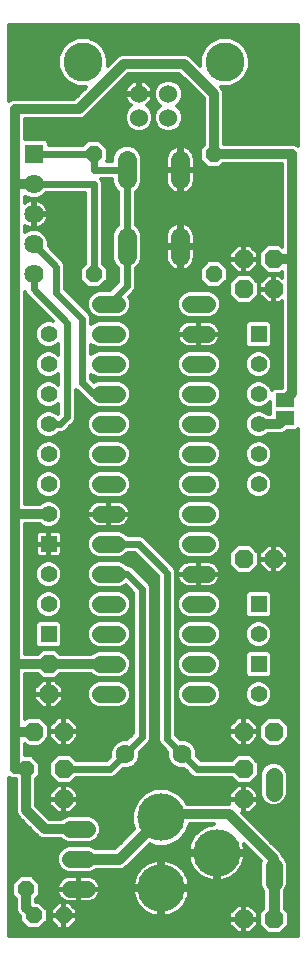
<source format=gbl>
G75*
G70*
%OFA0B0*%
%FSLAX24Y24*%
%IPPOS*%
%LPD*%
%AMOC8*
5,1,8,0,0,1.08239X$1,22.5*
%
%ADD10C,0.0630*%
%ADD11OC8,0.0630*%
%ADD12C,0.0600*%
%ADD13C,0.1300*%
%ADD14OC8,0.0560*%
%ADD15C,0.0640*%
%ADD16C,0.0560*%
%ADD17R,0.0640X0.0640*%
%ADD18C,0.0640*%
%ADD19R,0.0555X0.0555*%
%ADD20C,0.0555*%
%ADD21C,0.1580*%
%ADD22R,0.0630X0.0460*%
%ADD23C,0.0120*%
%ADD24C,0.0400*%
%ADD25C,0.0240*%
%ADD26C,0.0360*%
%ADD27C,0.0320*%
D10*
X008293Y008002D03*
X010193Y008002D03*
D11*
X012243Y007502D03*
X012243Y006502D03*
X012243Y008752D03*
X013243Y008752D03*
X013243Y014502D03*
X012243Y014502D03*
X012243Y023502D03*
X012243Y024502D03*
X013243Y024502D03*
X013243Y023502D03*
X005743Y011002D03*
X005743Y010002D03*
X005243Y008752D03*
X006243Y008752D03*
X006243Y007502D03*
X006243Y006502D03*
X012243Y002502D03*
X013243Y002502D03*
D12*
X009735Y029222D03*
X009735Y030002D03*
X008751Y030002D03*
X008751Y029222D03*
D13*
X006873Y031072D03*
X011613Y031072D03*
D14*
X011243Y028002D03*
X011243Y024002D03*
X007243Y024002D03*
X007243Y028002D03*
X004993Y007502D03*
X004993Y003502D03*
X005243Y002627D03*
X006243Y002627D03*
D15*
X008353Y024602D02*
X008353Y025242D01*
X008353Y027162D02*
X008353Y027802D01*
X010133Y027802D02*
X010133Y027162D01*
X010133Y025242D02*
X010133Y024602D01*
D16*
X010463Y023002D02*
X011023Y023002D01*
X011023Y022002D02*
X010463Y022002D01*
X010463Y021002D02*
X011023Y021002D01*
X011023Y020002D02*
X010463Y020002D01*
X010463Y019002D02*
X011023Y019002D01*
X011023Y018002D02*
X010463Y018002D01*
X010463Y017002D02*
X011023Y017002D01*
X011023Y016002D02*
X010463Y016002D01*
X010463Y015002D02*
X011023Y015002D01*
X011023Y014002D02*
X010463Y014002D01*
X010463Y013002D02*
X011023Y013002D01*
X011023Y012002D02*
X010463Y012002D01*
X010463Y011002D02*
X011023Y011002D01*
X011023Y010002D02*
X010463Y010002D01*
X008023Y010002D02*
X007463Y010002D01*
X007463Y011002D02*
X008023Y011002D01*
X008023Y012002D02*
X007463Y012002D01*
X007463Y013002D02*
X008023Y013002D01*
X008023Y014002D02*
X007463Y014002D01*
X007463Y015002D02*
X008023Y015002D01*
X008023Y016002D02*
X007463Y016002D01*
X007463Y017002D02*
X008023Y017002D01*
X008023Y018002D02*
X007463Y018002D01*
X007463Y019002D02*
X008023Y019002D01*
X008023Y020002D02*
X007463Y020002D01*
X007463Y021002D02*
X008023Y021002D01*
X008023Y022002D02*
X007463Y022002D01*
X007463Y023002D02*
X008023Y023002D01*
X013243Y007282D02*
X013243Y006722D01*
X013243Y004282D02*
X013243Y003722D01*
X007023Y003502D02*
X006463Y003502D01*
X006463Y004502D02*
X007023Y004502D01*
X007023Y005502D02*
X006463Y005502D01*
D17*
X005243Y028002D03*
D18*
X005243Y027002D03*
X005243Y026002D03*
X005243Y025002D03*
X005243Y024002D03*
D19*
X005743Y015002D03*
X005743Y012002D03*
X012743Y013002D03*
X012743Y011002D03*
X012743Y022002D03*
D20*
X012743Y021002D03*
X012743Y020002D03*
X012743Y019002D03*
X012743Y018002D03*
X012743Y017002D03*
X012743Y012002D03*
X012743Y010002D03*
X005743Y013002D03*
X005743Y014002D03*
X005743Y016002D03*
X005743Y017002D03*
X005743Y018002D03*
X005743Y019002D03*
X005743Y020002D03*
X005743Y021002D03*
X005743Y022002D03*
D21*
X009493Y005895D03*
X009493Y003533D03*
X011344Y004714D03*
D22*
X013618Y019202D03*
X013618Y019802D03*
D23*
X004423Y007216D02*
X004423Y001932D01*
X014063Y001932D01*
X014063Y018847D01*
X014008Y018792D01*
X013689Y018792D01*
X013611Y018714D01*
X013486Y018662D01*
X013350Y018662D01*
X013050Y018662D01*
X013002Y018614D01*
X012834Y018544D01*
X012652Y018544D01*
X012484Y018614D01*
X012355Y018743D01*
X012286Y018911D01*
X012286Y019093D01*
X012355Y019261D01*
X012484Y019390D01*
X012652Y019459D01*
X012834Y019459D01*
X013002Y019390D01*
X013050Y019342D01*
X013123Y019342D01*
X013123Y019497D01*
X013123Y019735D01*
X013002Y019614D01*
X012834Y019544D01*
X012652Y019544D01*
X012484Y019614D01*
X012355Y019743D01*
X012286Y019911D01*
X012286Y020093D01*
X012355Y020261D01*
X012484Y020390D01*
X012652Y020459D01*
X012834Y020459D01*
X013002Y020390D01*
X013131Y020261D01*
X013174Y020157D01*
X013229Y020212D01*
X013528Y020212D01*
X013528Y023115D01*
X013440Y023027D01*
X013263Y023027D01*
X013263Y023481D01*
X013223Y023481D01*
X013223Y023027D01*
X013046Y023027D01*
X012768Y023305D01*
X012768Y023482D01*
X013223Y023482D01*
X013223Y023522D01*
X013223Y023977D01*
X013046Y023977D01*
X012768Y023698D01*
X012768Y023522D01*
X013223Y023522D01*
X013263Y023522D01*
X013263Y023977D01*
X013440Y023977D01*
X013528Y023888D01*
X013528Y024087D01*
X013448Y024007D01*
X013038Y024007D01*
X012748Y024297D01*
X012748Y024707D01*
X013038Y024997D01*
X013448Y024997D01*
X013528Y024917D01*
X013528Y027662D01*
X011554Y027662D01*
X011434Y027542D01*
X011053Y027542D01*
X010783Y027811D01*
X010783Y028192D01*
X010903Y028312D01*
X010903Y029861D01*
X010102Y030662D01*
X008384Y030662D01*
X007031Y029309D01*
X006936Y029214D01*
X006811Y029162D01*
X004958Y029162D01*
X004958Y028502D01*
X005638Y028502D01*
X005743Y028396D01*
X005743Y028302D01*
X006893Y028302D01*
X007053Y028462D01*
X007434Y028462D01*
X007703Y028192D01*
X007703Y027811D01*
X007674Y027782D01*
X007853Y027782D01*
X007853Y027901D01*
X007929Y028085D01*
X008070Y028226D01*
X008254Y028302D01*
X008453Y028302D01*
X008636Y028226D01*
X008777Y028085D01*
X008853Y027901D01*
X008853Y027062D01*
X008777Y026879D01*
X008653Y026755D01*
X008653Y025649D01*
X008777Y025525D01*
X008853Y025341D01*
X008853Y024502D01*
X008777Y024319D01*
X008653Y024195D01*
X008653Y023671D01*
X008653Y023552D01*
X008607Y023442D01*
X008417Y023252D01*
X008483Y023093D01*
X008483Y022910D01*
X008413Y022741D01*
X008284Y022612D01*
X008115Y022542D01*
X007372Y022542D01*
X007203Y022612D01*
X007073Y022741D01*
X007003Y022910D01*
X007003Y023093D01*
X007073Y023262D01*
X007203Y023392D01*
X007372Y023462D01*
X007779Y023462D01*
X008053Y023736D01*
X008053Y024195D01*
X007929Y024319D01*
X007853Y024502D01*
X007853Y025341D01*
X007929Y025525D01*
X008053Y025649D01*
X008053Y026755D01*
X007929Y026879D01*
X007853Y027062D01*
X007853Y027182D01*
X007487Y027182D01*
X007497Y027172D01*
X007543Y027061D01*
X007543Y026942D01*
X007543Y024352D01*
X007703Y024192D01*
X007703Y023811D01*
X007434Y023542D01*
X007053Y023542D01*
X006783Y023811D01*
X006783Y024192D01*
X006943Y024352D01*
X006943Y026702D01*
X005650Y026702D01*
X005526Y026578D01*
X005343Y026502D01*
X005144Y026502D01*
X004960Y026578D01*
X004958Y026580D01*
X004958Y026388D01*
X004992Y026412D01*
X005059Y026447D01*
X005131Y026470D01*
X005203Y026481D01*
X005203Y026042D01*
X005283Y026042D01*
X005283Y026481D01*
X005356Y026470D01*
X005427Y026447D01*
X005495Y026412D01*
X005556Y026368D01*
X005609Y026314D01*
X005654Y026253D01*
X005688Y026186D01*
X005711Y026114D01*
X005723Y026042D01*
X005283Y026042D01*
X005283Y025962D01*
X005723Y025962D01*
X005711Y025889D01*
X005688Y025817D01*
X005654Y025750D01*
X005609Y025689D01*
X005556Y025636D01*
X005495Y025591D01*
X005427Y025557D01*
X005356Y025534D01*
X005283Y025522D01*
X005283Y025961D01*
X005203Y025961D01*
X005203Y025522D01*
X005131Y025534D01*
X005059Y025557D01*
X004992Y025591D01*
X004958Y025616D01*
X004958Y025424D01*
X004960Y025426D01*
X005144Y025502D01*
X005343Y025502D01*
X005526Y025426D01*
X005667Y025285D01*
X005743Y025101D01*
X005743Y024926D01*
X006163Y024506D01*
X006247Y024422D01*
X006293Y024311D01*
X006293Y023501D01*
X007038Y022756D01*
X007122Y022672D01*
X007168Y022561D01*
X007168Y022357D01*
X007203Y022392D01*
X007372Y022462D01*
X008115Y022462D01*
X008284Y022392D01*
X008413Y022262D01*
X008483Y022093D01*
X008483Y021910D01*
X008413Y021741D01*
X008284Y021612D01*
X008115Y021542D01*
X007372Y021542D01*
X007203Y021612D01*
X007168Y021646D01*
X007168Y021357D01*
X007203Y021392D01*
X007372Y021462D01*
X008115Y021462D01*
X008284Y021392D01*
X008413Y021262D01*
X008483Y021093D01*
X008483Y020910D01*
X008413Y020741D01*
X008284Y020612D01*
X008115Y020542D01*
X007372Y020542D01*
X007203Y020612D01*
X007168Y020646D01*
X007168Y020501D01*
X007256Y020414D01*
X007372Y020462D01*
X008115Y020462D01*
X008284Y020392D01*
X008413Y020262D01*
X008483Y020093D01*
X008483Y019910D01*
X008413Y019741D01*
X008284Y019612D01*
X008115Y019542D01*
X007372Y019542D01*
X007203Y019612D01*
X007073Y019741D01*
X007069Y019752D01*
X006989Y019832D01*
X006668Y020153D01*
X006668Y019311D01*
X006668Y019192D01*
X006622Y019082D01*
X006372Y018832D01*
X006372Y018832D01*
X006288Y018747D01*
X006178Y018702D01*
X006090Y018702D01*
X006002Y018614D01*
X005834Y018544D01*
X005652Y018544D01*
X005484Y018614D01*
X005355Y018743D01*
X005286Y018911D01*
X005286Y019093D01*
X005355Y019261D01*
X005484Y019390D01*
X005652Y019459D01*
X005834Y019459D01*
X006002Y019390D01*
X006042Y019350D01*
X006068Y019376D01*
X006068Y019680D01*
X006002Y019614D01*
X005834Y019544D01*
X005652Y019544D01*
X005484Y019614D01*
X005355Y019743D01*
X005286Y019911D01*
X005286Y020093D01*
X005355Y020261D01*
X005484Y020390D01*
X005652Y020459D01*
X005834Y020459D01*
X006002Y020390D01*
X006068Y020324D01*
X006068Y020680D01*
X006002Y020614D01*
X005834Y020544D01*
X005652Y020544D01*
X005484Y020614D01*
X005355Y020743D01*
X005286Y020911D01*
X005286Y021093D01*
X005355Y021261D01*
X005484Y021390D01*
X005652Y021459D01*
X005834Y021459D01*
X006002Y021390D01*
X006068Y021324D01*
X006068Y021680D01*
X006002Y021614D01*
X005834Y021544D01*
X005652Y021544D01*
X005484Y021614D01*
X005355Y021743D01*
X005286Y021911D01*
X005286Y022093D01*
X005355Y022261D01*
X005484Y022390D01*
X005652Y022459D01*
X005834Y022459D01*
X005881Y022440D01*
X004989Y023332D01*
X004958Y023406D01*
X004958Y016342D01*
X005436Y016342D01*
X005484Y016390D01*
X005652Y016459D01*
X005834Y016459D01*
X006002Y016390D01*
X006131Y016261D01*
X006201Y016093D01*
X006201Y015911D01*
X006131Y015743D01*
X006002Y015614D01*
X005834Y015544D01*
X005652Y015544D01*
X005484Y015614D01*
X005436Y015662D01*
X004958Y015662D01*
X004958Y011342D01*
X005383Y011342D01*
X005538Y011497D01*
X005948Y011497D01*
X006103Y011342D01*
X007153Y011342D01*
X007203Y011392D01*
X007372Y011462D01*
X008115Y011462D01*
X008284Y011392D01*
X008413Y011262D01*
X008483Y011093D01*
X008483Y010910D01*
X008413Y010741D01*
X008284Y010612D01*
X008115Y010542D01*
X007372Y010542D01*
X007203Y010612D01*
X007153Y010662D01*
X006103Y010662D01*
X005948Y010507D01*
X005538Y010507D01*
X005383Y010662D01*
X004958Y010662D01*
X004958Y009167D01*
X005038Y009247D01*
X005448Y009247D01*
X005738Y008957D01*
X005738Y008547D01*
X005448Y008257D01*
X005038Y008257D01*
X004958Y008337D01*
X004958Y007962D01*
X005184Y007962D01*
X005453Y007692D01*
X005453Y007311D01*
X005333Y007191D01*
X005333Y006268D01*
X005759Y005842D01*
X006153Y005842D01*
X006203Y005892D01*
X006372Y005962D01*
X007115Y005962D01*
X007284Y005892D01*
X007413Y005762D01*
X007483Y005593D01*
X007483Y005410D01*
X007413Y005241D01*
X007284Y005112D01*
X007115Y005042D01*
X006372Y005042D01*
X006203Y005112D01*
X006153Y005162D01*
X005686Y005162D01*
X005550Y005162D01*
X005426Y005214D01*
X004801Y005839D01*
X004705Y005934D01*
X004653Y006059D01*
X004653Y007162D01*
X004550Y007162D01*
X004426Y007214D01*
X004423Y007216D01*
X004423Y007192D02*
X004478Y007192D01*
X004423Y007073D02*
X004653Y007073D01*
X004653Y006955D02*
X004423Y006955D01*
X004423Y006836D02*
X004653Y006836D01*
X004653Y006718D02*
X004423Y006718D01*
X004423Y006599D02*
X004653Y006599D01*
X004653Y006481D02*
X004423Y006481D01*
X004423Y006362D02*
X004653Y006362D01*
X004653Y006243D02*
X004423Y006243D01*
X004423Y006125D02*
X004653Y006125D01*
X004675Y006006D02*
X004423Y006006D01*
X004423Y005888D02*
X004751Y005888D01*
X004870Y005769D02*
X004423Y005769D01*
X004423Y005651D02*
X004988Y005651D01*
X005107Y005532D02*
X004423Y005532D01*
X004423Y005414D02*
X005225Y005414D01*
X005344Y005295D02*
X004423Y005295D01*
X004423Y005177D02*
X005515Y005177D01*
X006073Y004762D02*
X006003Y004593D01*
X006003Y004410D01*
X006073Y004241D01*
X006203Y004112D01*
X006372Y004042D01*
X007115Y004042D01*
X007284Y004112D01*
X007314Y004142D01*
X008028Y004142D01*
X008171Y004142D01*
X008303Y004197D01*
X009111Y005004D01*
X009300Y004925D01*
X009686Y004925D01*
X010043Y005073D01*
X010315Y005346D01*
X010446Y005662D01*
X011268Y005662D01*
X011184Y005652D01*
X011080Y005629D01*
X010979Y005593D01*
X010883Y005547D01*
X010793Y005490D01*
X010709Y005424D01*
X010634Y005348D01*
X010568Y005265D01*
X010511Y005175D01*
X010464Y005078D01*
X010429Y004978D01*
X010405Y004874D01*
X010394Y004774D01*
X011283Y004774D01*
X011283Y004654D01*
X010394Y004654D01*
X010405Y004555D01*
X010429Y004451D01*
X010464Y004350D01*
X010511Y004254D01*
X010568Y004164D01*
X010634Y004080D01*
X010709Y004005D01*
X010793Y003938D01*
X010883Y003882D01*
X010979Y003835D01*
X011080Y003800D01*
X011184Y003776D01*
X011284Y003765D01*
X011284Y004654D01*
X011403Y004654D01*
X011403Y003765D01*
X011503Y003776D01*
X011607Y003800D01*
X011708Y003835D01*
X011804Y003882D01*
X011894Y003938D01*
X011978Y004005D01*
X012053Y004080D01*
X012120Y004164D01*
X012176Y004254D01*
X012223Y004350D01*
X012258Y004451D01*
X012282Y004555D01*
X012293Y004654D01*
X011404Y004654D01*
X011404Y004774D01*
X012293Y004774D01*
X012282Y004874D01*
X012258Y004978D01*
X012242Y005022D01*
X012815Y004449D01*
X012783Y004373D01*
X012783Y003630D01*
X012853Y003461D01*
X012883Y003431D01*
X012883Y002842D01*
X012748Y002707D01*
X012748Y002297D01*
X013038Y002007D01*
X013448Y002007D01*
X013738Y002297D01*
X013738Y002707D01*
X013603Y002842D01*
X013603Y003431D01*
X013633Y003461D01*
X013703Y003630D01*
X013703Y004373D01*
X013633Y004542D01*
X013567Y004608D01*
X013531Y004694D01*
X013436Y004790D01*
X012199Y006027D01*
X012223Y006027D01*
X012223Y006481D01*
X012263Y006481D01*
X012263Y006027D01*
X012440Y006027D01*
X012718Y006305D01*
X012718Y006482D01*
X012263Y006482D01*
X012263Y006522D01*
X012223Y006522D01*
X012223Y006977D01*
X012046Y006977D01*
X011768Y006698D01*
X011768Y006522D01*
X012223Y006522D01*
X012223Y006482D01*
X011768Y006482D01*
X011768Y006342D01*
X011675Y006342D01*
X010358Y006342D01*
X010315Y006445D01*
X010043Y006718D01*
X011787Y006718D01*
X011768Y006599D02*
X010161Y006599D01*
X010043Y006718D02*
X009686Y006865D01*
X009300Y006865D01*
X008944Y006718D01*
X008671Y006445D01*
X008523Y006088D01*
X008523Y005702D01*
X008602Y005513D01*
X007950Y004862D01*
X007314Y004862D01*
X007284Y004892D01*
X007115Y004962D01*
X006372Y004962D01*
X006203Y004892D01*
X006073Y004762D01*
X006048Y004702D02*
X004423Y004702D01*
X004423Y004584D02*
X006003Y004584D01*
X006003Y004465D02*
X004423Y004465D01*
X004423Y004347D02*
X006029Y004347D01*
X006086Y004228D02*
X004423Y004228D01*
X004423Y004110D02*
X006208Y004110D01*
X006294Y003909D02*
X006233Y003878D01*
X006176Y003837D01*
X006128Y003788D01*
X006087Y003732D01*
X006055Y003671D01*
X006034Y003605D01*
X006023Y003536D01*
X006023Y003522D01*
X006723Y003522D01*
X006723Y003942D01*
X006429Y003942D01*
X006360Y003931D01*
X006294Y003909D01*
X006225Y003873D02*
X005273Y003873D01*
X005184Y003962D02*
X005453Y003692D01*
X005453Y003311D01*
X005333Y003191D01*
X005333Y003087D01*
X005434Y003087D01*
X005703Y002817D01*
X005703Y002436D01*
X005434Y002167D01*
X005053Y002167D01*
X004783Y002436D01*
X004783Y002606D01*
X004705Y002684D01*
X004653Y002809D01*
X004653Y003191D01*
X004533Y003311D01*
X004533Y003692D01*
X004803Y003962D01*
X005184Y003962D01*
X005391Y003754D02*
X006103Y003754D01*
X006044Y003636D02*
X005453Y003636D01*
X005453Y003517D02*
X006723Y003517D01*
X006723Y003522D02*
X006723Y003482D01*
X006023Y003482D01*
X006023Y003467D01*
X006034Y003399D01*
X006055Y003333D01*
X006087Y003271D01*
X006128Y003215D01*
X006176Y003166D01*
X006233Y003125D01*
X006294Y003094D01*
X006360Y003073D01*
X006397Y003067D01*
X006263Y003067D01*
X006263Y002647D01*
X006223Y002647D01*
X006223Y003067D01*
X006061Y003067D01*
X005803Y002809D01*
X005803Y002647D01*
X006223Y002647D01*
X006223Y002607D01*
X005803Y002607D01*
X005803Y002444D01*
X006061Y002187D01*
X006223Y002187D01*
X006223Y002606D01*
X006263Y002606D01*
X006263Y002187D01*
X006425Y002187D01*
X006683Y002444D01*
X006683Y002607D01*
X006263Y002607D01*
X006263Y002647D01*
X006683Y002647D01*
X006683Y002809D01*
X006430Y003062D01*
X006723Y003062D01*
X006723Y003481D01*
X006763Y003481D01*
X006763Y003062D01*
X007058Y003062D01*
X007126Y003073D01*
X007192Y003094D01*
X007254Y003125D01*
X007310Y003166D01*
X007359Y003215D01*
X007399Y003271D01*
X007431Y003333D01*
X007452Y003399D01*
X007463Y003467D01*
X007463Y003482D01*
X006763Y003482D01*
X006763Y003522D01*
X006723Y003522D01*
X006763Y003522D02*
X006763Y003942D01*
X007058Y003942D01*
X007126Y003931D01*
X007192Y003909D01*
X007254Y003878D01*
X007310Y003837D01*
X007359Y003788D01*
X007399Y003732D01*
X007431Y003671D01*
X007452Y003605D01*
X007463Y003536D01*
X007463Y003522D01*
X006763Y003522D01*
X006763Y003517D02*
X009433Y003517D01*
X009433Y003473D02*
X009433Y003593D01*
X008544Y003593D01*
X008555Y003693D01*
X008579Y003797D01*
X008614Y003897D01*
X008660Y003993D01*
X008717Y004084D01*
X008784Y004167D01*
X008859Y004243D01*
X008943Y004309D01*
X009033Y004366D01*
X009129Y004412D01*
X009230Y004448D01*
X009334Y004471D01*
X009433Y004482D01*
X009433Y003593D01*
X009553Y003593D01*
X010442Y003593D01*
X010431Y003693D01*
X010407Y003797D01*
X010372Y003897D01*
X010326Y003993D01*
X010269Y004084D01*
X010203Y004167D01*
X010127Y004243D01*
X010044Y004309D01*
X009953Y004366D01*
X009857Y004412D01*
X009757Y004448D01*
X009653Y004471D01*
X009553Y004482D01*
X009553Y003593D01*
X009553Y003473D01*
X009553Y002584D01*
X009653Y002595D01*
X009757Y002619D01*
X009857Y002654D01*
X009953Y002700D01*
X010044Y002757D01*
X010127Y002824D01*
X010203Y002899D01*
X010269Y002983D01*
X010326Y003073D01*
X010372Y003169D01*
X010407Y003270D01*
X010431Y003374D01*
X010442Y003473D01*
X009553Y003473D01*
X009433Y003473D01*
X009433Y002584D01*
X009334Y002595D01*
X009230Y002619D01*
X009129Y002654D01*
X009033Y002700D01*
X008943Y002757D01*
X008859Y002824D01*
X008784Y002899D01*
X008717Y002983D01*
X008660Y003073D01*
X008614Y003169D01*
X008579Y003270D01*
X008555Y003374D01*
X008544Y003473D01*
X009433Y003473D01*
X009433Y003398D02*
X009553Y003398D01*
X009553Y003280D02*
X009433Y003280D01*
X009433Y003161D02*
X009553Y003161D01*
X009553Y003043D02*
X009433Y003043D01*
X009433Y002924D02*
X009553Y002924D01*
X009553Y002806D02*
X009433Y002806D01*
X009433Y002687D02*
X009553Y002687D01*
X009926Y002687D02*
X011768Y002687D01*
X011768Y002698D02*
X011768Y002522D01*
X012223Y002522D01*
X012223Y002977D01*
X012046Y002977D01*
X011768Y002698D01*
X011768Y002569D02*
X006683Y002569D01*
X006683Y002687D02*
X009060Y002687D01*
X008882Y002806D02*
X006683Y002806D01*
X006568Y002924D02*
X008764Y002924D01*
X008679Y003043D02*
X006449Y003043D01*
X006263Y003043D02*
X006223Y003043D01*
X006223Y002924D02*
X006263Y002924D01*
X006263Y002806D02*
X006223Y002806D01*
X006223Y002687D02*
X006263Y002687D01*
X006263Y002569D02*
X006223Y002569D01*
X006223Y002450D02*
X006263Y002450D01*
X006263Y002332D02*
X006223Y002332D01*
X006223Y002213D02*
X006263Y002213D01*
X006452Y002213D02*
X011860Y002213D01*
X011768Y002305D02*
X012046Y002027D01*
X012223Y002027D01*
X012223Y002481D01*
X012263Y002481D01*
X012263Y002027D01*
X012440Y002027D01*
X012718Y002305D01*
X012718Y002482D01*
X012263Y002482D01*
X012263Y002522D01*
X012223Y002522D01*
X012223Y002482D01*
X011768Y002482D01*
X011768Y002305D01*
X011768Y002332D02*
X006570Y002332D01*
X006683Y002450D02*
X011768Y002450D01*
X011979Y002094D02*
X004423Y002094D01*
X004423Y001976D02*
X014063Y001976D01*
X014063Y002094D02*
X013536Y002094D01*
X013654Y002213D02*
X014063Y002213D01*
X014063Y002332D02*
X013738Y002332D01*
X013738Y002450D02*
X014063Y002450D01*
X014063Y002569D02*
X013738Y002569D01*
X013738Y002687D02*
X014063Y002687D01*
X014063Y002806D02*
X013639Y002806D01*
X013603Y002924D02*
X014063Y002924D01*
X014063Y003043D02*
X013603Y003043D01*
X013603Y003161D02*
X014063Y003161D01*
X014063Y003280D02*
X013603Y003280D01*
X013603Y003398D02*
X014063Y003398D01*
X014063Y003517D02*
X013656Y003517D01*
X013703Y003636D02*
X014063Y003636D01*
X014063Y003754D02*
X013703Y003754D01*
X013703Y003873D02*
X014063Y003873D01*
X014063Y003991D02*
X013703Y003991D01*
X013703Y004110D02*
X014063Y004110D01*
X014063Y004228D02*
X013703Y004228D01*
X013703Y004347D02*
X014063Y004347D01*
X014063Y004465D02*
X013665Y004465D01*
X013591Y004584D02*
X014063Y004584D01*
X014063Y004702D02*
X013523Y004702D01*
X013405Y004821D02*
X014063Y004821D01*
X014063Y004939D02*
X013286Y004939D01*
X013168Y005058D02*
X014063Y005058D01*
X014063Y005177D02*
X013049Y005177D01*
X012931Y005295D02*
X014063Y005295D01*
X014063Y005414D02*
X012812Y005414D01*
X012693Y005532D02*
X014063Y005532D01*
X014063Y005651D02*
X012575Y005651D01*
X012456Y005769D02*
X014063Y005769D01*
X014063Y005888D02*
X012338Y005888D01*
X012219Y006006D02*
X014063Y006006D01*
X014063Y006125D02*
X012538Y006125D01*
X012657Y006243D02*
X014063Y006243D01*
X014063Y006362D02*
X013534Y006362D01*
X013504Y006332D02*
X013633Y006461D01*
X013703Y006630D01*
X013703Y007373D01*
X013633Y007542D01*
X013504Y007672D01*
X013335Y007742D01*
X013152Y007742D01*
X012983Y007672D01*
X012853Y007542D01*
X012783Y007373D01*
X012783Y006630D01*
X012853Y006461D01*
X012983Y006332D01*
X013152Y006262D01*
X013335Y006262D01*
X013504Y006332D01*
X013641Y006481D02*
X014063Y006481D01*
X014063Y006599D02*
X013690Y006599D01*
X013703Y006718D02*
X014063Y006718D01*
X014063Y006836D02*
X013703Y006836D01*
X013703Y006955D02*
X014063Y006955D01*
X014063Y007073D02*
X013703Y007073D01*
X013703Y007192D02*
X014063Y007192D01*
X014063Y007310D02*
X013703Y007310D01*
X013680Y007429D02*
X014063Y007429D01*
X014063Y007547D02*
X013628Y007547D01*
X013509Y007666D02*
X014063Y007666D01*
X014063Y007785D02*
X012660Y007785D01*
X012738Y007707D02*
X012448Y007997D01*
X012038Y007997D01*
X011843Y007802D01*
X010817Y007802D01*
X010688Y007931D01*
X010688Y008100D01*
X010613Y008282D01*
X010474Y008421D01*
X010292Y008497D01*
X010122Y008497D01*
X009993Y008626D01*
X009993Y014111D01*
X009947Y014222D01*
X009863Y014306D01*
X008913Y015256D01*
X008803Y015302D01*
X008683Y015302D01*
X008374Y015302D01*
X008284Y015392D01*
X008115Y015462D01*
X007372Y015462D01*
X007203Y015392D01*
X007073Y015262D01*
X007003Y015093D01*
X007003Y014910D01*
X007073Y014741D01*
X007203Y014612D01*
X007372Y014542D01*
X008115Y014542D01*
X008284Y014612D01*
X008374Y014702D01*
X008619Y014702D01*
X009393Y013927D01*
X009393Y008561D01*
X009393Y008442D01*
X009439Y008332D01*
X009698Y008072D01*
X009698Y007903D01*
X008788Y007903D01*
X008788Y008072D01*
X009122Y008407D01*
X009168Y008517D01*
X009168Y008636D01*
X009168Y013561D01*
X009122Y013672D01*
X009038Y013756D01*
X008538Y014256D01*
X008428Y014302D01*
X008374Y014302D01*
X008284Y014392D01*
X008115Y014462D01*
X007372Y014462D01*
X007203Y014392D01*
X007073Y014262D01*
X007003Y014093D01*
X007003Y013910D01*
X007073Y013741D01*
X007203Y013612D01*
X007372Y013542D01*
X008115Y013542D01*
X008284Y013612D01*
X008309Y013637D01*
X008568Y013377D01*
X008568Y008701D01*
X008364Y008497D01*
X008195Y008497D01*
X008013Y008421D01*
X007874Y008282D01*
X007798Y008100D01*
X007798Y007931D01*
X007669Y007802D01*
X006643Y007802D01*
X006448Y007997D01*
X006038Y007997D01*
X005748Y007707D01*
X005748Y007297D01*
X006038Y007007D01*
X006448Y007007D01*
X006643Y007202D01*
X007733Y007202D01*
X007853Y007202D01*
X007963Y007247D01*
X008222Y007507D01*
X008392Y007507D01*
X008574Y007582D01*
X008713Y007721D01*
X008788Y007903D01*
X008788Y008022D02*
X009698Y008022D01*
X009698Y007903D02*
X009774Y007721D01*
X009913Y007582D01*
X010095Y007507D01*
X010264Y007507D01*
X010523Y007247D01*
X010633Y007202D01*
X010753Y007202D01*
X011843Y007202D01*
X012038Y007007D01*
X012448Y007007D01*
X012738Y007297D01*
X012738Y007707D01*
X012738Y007666D02*
X012977Y007666D01*
X012858Y007547D02*
X012738Y007547D01*
X012738Y007429D02*
X012806Y007429D01*
X012783Y007310D02*
X012738Y007310D01*
X012783Y007192D02*
X012633Y007192D01*
X012515Y007073D02*
X012783Y007073D01*
X012783Y006955D02*
X012462Y006955D01*
X012440Y006977D02*
X012263Y006977D01*
X012263Y006522D01*
X012718Y006522D01*
X012718Y006698D01*
X012440Y006977D01*
X012263Y006955D02*
X012223Y006955D01*
X012223Y006836D02*
X012263Y006836D01*
X012263Y006718D02*
X012223Y006718D01*
X012223Y006599D02*
X012263Y006599D01*
X012263Y006481D02*
X012223Y006481D01*
X012223Y006362D02*
X012263Y006362D01*
X012263Y006243D02*
X012223Y006243D01*
X012223Y006125D02*
X012263Y006125D01*
X012718Y006362D02*
X012952Y006362D01*
X012845Y006481D02*
X012718Y006481D01*
X012718Y006599D02*
X012796Y006599D01*
X012783Y006718D02*
X012699Y006718D01*
X012783Y006836D02*
X012580Y006836D01*
X012024Y006955D02*
X006462Y006955D01*
X006440Y006977D02*
X006263Y006977D01*
X006263Y006522D01*
X006223Y006522D01*
X006223Y006977D01*
X006046Y006977D01*
X005768Y006698D01*
X005768Y006522D01*
X006223Y006522D01*
X006223Y006482D01*
X005768Y006482D01*
X005768Y006305D01*
X006046Y006027D01*
X006223Y006027D01*
X006223Y006481D01*
X006263Y006481D01*
X006263Y006027D01*
X006440Y006027D01*
X006718Y006305D01*
X006718Y006482D01*
X006263Y006482D01*
X006263Y006522D01*
X006718Y006522D01*
X006718Y006698D01*
X006440Y006977D01*
X006515Y007073D02*
X011972Y007073D01*
X011853Y007192D02*
X006633Y007192D01*
X006580Y006836D02*
X009230Y006836D01*
X008944Y006718D02*
X006699Y006718D01*
X006718Y006599D02*
X008825Y006599D01*
X008706Y006481D02*
X006718Y006481D01*
X006718Y006362D02*
X008637Y006362D01*
X008587Y006243D02*
X006657Y006243D01*
X006538Y006125D02*
X008538Y006125D01*
X008523Y006006D02*
X005594Y006006D01*
X005713Y005888D02*
X006199Y005888D01*
X006223Y006125D02*
X006263Y006125D01*
X006263Y006243D02*
X006223Y006243D01*
X006223Y006362D02*
X006263Y006362D01*
X006263Y006481D02*
X006223Y006481D01*
X006223Y006599D02*
X006263Y006599D01*
X006263Y006718D02*
X006223Y006718D01*
X006223Y006836D02*
X006263Y006836D01*
X006263Y006955D02*
X006223Y006955D01*
X006024Y006955D02*
X005333Y006955D01*
X005333Y007073D02*
X005972Y007073D01*
X005853Y007192D02*
X005334Y007192D01*
X005452Y007310D02*
X005748Y007310D01*
X005748Y007429D02*
X005453Y007429D01*
X005453Y007547D02*
X005748Y007547D01*
X005748Y007666D02*
X005453Y007666D01*
X005361Y007785D02*
X005826Y007785D01*
X005944Y007903D02*
X005242Y007903D01*
X004958Y008022D02*
X007798Y008022D01*
X007815Y008140D02*
X004958Y008140D01*
X004958Y008259D02*
X005036Y008259D01*
X005450Y008259D02*
X007864Y008259D01*
X007969Y008377D02*
X006540Y008377D01*
X006440Y008277D02*
X006718Y008555D01*
X006718Y008732D01*
X006263Y008732D01*
X006263Y008772D01*
X006223Y008772D01*
X006223Y009227D01*
X006046Y009227D01*
X005768Y008948D01*
X005768Y008772D01*
X006223Y008772D01*
X006223Y008732D01*
X005768Y008732D01*
X005768Y008555D01*
X006046Y008277D01*
X006223Y008277D01*
X006223Y008731D01*
X006263Y008731D01*
X006263Y008277D01*
X006440Y008277D01*
X006263Y008377D02*
X006223Y008377D01*
X006223Y008496D02*
X006263Y008496D01*
X006263Y008614D02*
X006223Y008614D01*
X006223Y008733D02*
X005738Y008733D01*
X005738Y008851D02*
X005768Y008851D01*
X005790Y008970D02*
X005725Y008970D01*
X005606Y009089D02*
X005908Y009089D01*
X006027Y009207D02*
X005488Y009207D01*
X005546Y009527D02*
X005268Y009805D01*
X005268Y009982D01*
X005723Y009982D01*
X005723Y010022D01*
X005723Y010477D01*
X005546Y010477D01*
X005268Y010198D01*
X005268Y010022D01*
X005723Y010022D01*
X005763Y010022D01*
X005763Y010477D01*
X005940Y010477D01*
X006218Y010198D01*
X006218Y010022D01*
X005763Y010022D01*
X005763Y009982D01*
X006218Y009982D01*
X006218Y009805D01*
X005940Y009527D01*
X005763Y009527D01*
X005763Y009981D01*
X005723Y009981D01*
X005723Y009527D01*
X005546Y009527D01*
X005510Y009563D02*
X004958Y009563D01*
X004958Y009681D02*
X005392Y009681D01*
X005273Y009800D02*
X004958Y009800D01*
X004958Y009918D02*
X005268Y009918D01*
X005268Y010037D02*
X004958Y010037D01*
X004958Y010155D02*
X005268Y010155D01*
X005344Y010274D02*
X004958Y010274D01*
X004958Y010392D02*
X005462Y010392D01*
X005534Y010511D02*
X004958Y010511D01*
X004958Y010630D02*
X005415Y010630D01*
X005723Y010392D02*
X005763Y010392D01*
X005763Y010274D02*
X005723Y010274D01*
X005723Y010155D02*
X005763Y010155D01*
X005763Y010037D02*
X005723Y010037D01*
X005723Y009918D02*
X005763Y009918D01*
X005763Y009800D02*
X005723Y009800D01*
X005723Y009681D02*
X005763Y009681D01*
X005763Y009563D02*
X005723Y009563D01*
X005976Y009563D02*
X007321Y009563D01*
X007372Y009542D02*
X007203Y009612D01*
X007073Y009741D01*
X007003Y009910D01*
X007003Y010093D01*
X007073Y010262D01*
X007203Y010392D01*
X007372Y010462D01*
X008115Y010462D01*
X008284Y010392D01*
X008413Y010262D01*
X008483Y010093D01*
X008483Y009910D01*
X008413Y009741D01*
X008284Y009612D01*
X008115Y009542D01*
X007372Y009542D01*
X007133Y009681D02*
X006094Y009681D01*
X006213Y009800D02*
X007049Y009800D01*
X007003Y009918D02*
X006218Y009918D01*
X006218Y010037D02*
X007003Y010037D01*
X007029Y010155D02*
X006218Y010155D01*
X006143Y010274D02*
X007085Y010274D01*
X007205Y010392D02*
X006024Y010392D01*
X005952Y010511D02*
X008568Y010511D01*
X008568Y010392D02*
X008282Y010392D01*
X008401Y010274D02*
X008568Y010274D01*
X008568Y010155D02*
X008457Y010155D01*
X008483Y010037D02*
X008568Y010037D01*
X008568Y009918D02*
X008483Y009918D01*
X008437Y009800D02*
X008568Y009800D01*
X008568Y009681D02*
X008353Y009681D01*
X008165Y009563D02*
X008568Y009563D01*
X008568Y009444D02*
X004958Y009444D01*
X004958Y009326D02*
X008568Y009326D01*
X008568Y009207D02*
X006460Y009207D01*
X006440Y009227D02*
X006263Y009227D01*
X006263Y008772D01*
X006718Y008772D01*
X006718Y008948D01*
X006440Y009227D01*
X006263Y009207D02*
X006223Y009207D01*
X006223Y009089D02*
X006263Y009089D01*
X006263Y008970D02*
X006223Y008970D01*
X006223Y008851D02*
X006263Y008851D01*
X006263Y008733D02*
X008568Y008733D01*
X008568Y008851D02*
X006718Y008851D01*
X006697Y008970D02*
X008568Y008970D01*
X008568Y009089D02*
X006578Y009089D01*
X006718Y008614D02*
X008481Y008614D01*
X008193Y008496D02*
X006659Y008496D01*
X006542Y007903D02*
X007770Y007903D01*
X008145Y007429D02*
X010342Y007429D01*
X010460Y007310D02*
X008026Y007310D01*
X008490Y007547D02*
X009996Y007547D01*
X009829Y007666D02*
X008657Y007666D01*
X008739Y007785D02*
X009747Y007785D01*
X009630Y008140D02*
X008856Y008140D01*
X008974Y008259D02*
X009512Y008259D01*
X009420Y008377D02*
X009093Y008377D01*
X009159Y008496D02*
X009393Y008496D01*
X009393Y008614D02*
X009168Y008614D01*
X009168Y008733D02*
X009393Y008733D01*
X009393Y008851D02*
X009168Y008851D01*
X009168Y008970D02*
X009393Y008970D01*
X009393Y009089D02*
X009168Y009089D01*
X009168Y009207D02*
X009393Y009207D01*
X009393Y009326D02*
X009168Y009326D01*
X009168Y009444D02*
X009393Y009444D01*
X009393Y009563D02*
X009168Y009563D01*
X009168Y009681D02*
X009393Y009681D01*
X009393Y009800D02*
X009168Y009800D01*
X009168Y009918D02*
X009393Y009918D01*
X009393Y010037D02*
X009168Y010037D01*
X009168Y010155D02*
X009393Y010155D01*
X009393Y010274D02*
X009168Y010274D01*
X009168Y010392D02*
X009393Y010392D01*
X009393Y010511D02*
X009168Y010511D01*
X009168Y010630D02*
X009393Y010630D01*
X009393Y010748D02*
X009168Y010748D01*
X009168Y010867D02*
X009393Y010867D01*
X009393Y010985D02*
X009168Y010985D01*
X009168Y011104D02*
X009393Y011104D01*
X009393Y011222D02*
X009168Y011222D01*
X009168Y011341D02*
X009393Y011341D01*
X009393Y011459D02*
X009168Y011459D01*
X009168Y011578D02*
X009393Y011578D01*
X009393Y011696D02*
X009168Y011696D01*
X009168Y011815D02*
X009393Y011815D01*
X009393Y011934D02*
X009168Y011934D01*
X009168Y012052D02*
X009393Y012052D01*
X009393Y012171D02*
X009168Y012171D01*
X009168Y012289D02*
X009393Y012289D01*
X009393Y012408D02*
X009168Y012408D01*
X009168Y012526D02*
X009393Y012526D01*
X009393Y012645D02*
X009168Y012645D01*
X009168Y012763D02*
X009393Y012763D01*
X009393Y012882D02*
X009168Y012882D01*
X009168Y013000D02*
X009393Y013000D01*
X009393Y013119D02*
X009168Y013119D01*
X009168Y013238D02*
X009393Y013238D01*
X009393Y013356D02*
X009168Y013356D01*
X009168Y013475D02*
X009393Y013475D01*
X009393Y013593D02*
X009155Y013593D01*
X009082Y013712D02*
X009393Y013712D01*
X009393Y013830D02*
X008964Y013830D01*
X008845Y013949D02*
X009372Y013949D01*
X009253Y014067D02*
X008727Y014067D01*
X008608Y014186D02*
X009135Y014186D01*
X009016Y014304D02*
X008371Y014304D01*
X008208Y014423D02*
X008898Y014423D01*
X008779Y014541D02*
X004958Y014541D01*
X004958Y014423D02*
X005565Y014423D01*
X005484Y014390D02*
X005355Y014261D01*
X005286Y014093D01*
X005286Y013911D01*
X005355Y013743D01*
X005484Y013614D01*
X005652Y013544D01*
X005834Y013544D01*
X006002Y013614D01*
X006131Y013743D01*
X006201Y013911D01*
X006201Y014093D01*
X006131Y014261D01*
X006002Y014390D01*
X005834Y014459D01*
X005652Y014459D01*
X005484Y014390D01*
X005399Y014304D02*
X004958Y014304D01*
X004958Y014186D02*
X005324Y014186D01*
X005286Y014067D02*
X004958Y014067D01*
X004958Y013949D02*
X005286Y013949D01*
X005319Y013830D02*
X004958Y013830D01*
X004958Y013712D02*
X005386Y013712D01*
X005534Y013593D02*
X004958Y013593D01*
X004958Y013475D02*
X008471Y013475D01*
X008568Y013356D02*
X008319Y013356D01*
X008284Y013392D02*
X008413Y013262D01*
X008483Y013093D01*
X008483Y012910D01*
X008413Y012741D01*
X008284Y012612D01*
X008115Y012542D01*
X007372Y012542D01*
X007203Y012612D01*
X007073Y012741D01*
X007003Y012910D01*
X007003Y013093D01*
X007073Y013262D01*
X007203Y013392D01*
X007372Y013462D01*
X008115Y013462D01*
X008284Y013392D01*
X008239Y013593D02*
X008352Y013593D01*
X008423Y013238D02*
X008568Y013238D01*
X008568Y013119D02*
X008472Y013119D01*
X008483Y013000D02*
X008568Y013000D01*
X008568Y012882D02*
X008471Y012882D01*
X008422Y012763D02*
X008568Y012763D01*
X008568Y012645D02*
X008317Y012645D01*
X008245Y012408D02*
X008568Y012408D01*
X008568Y012526D02*
X004958Y012526D01*
X004958Y012408D02*
X005340Y012408D01*
X005391Y012459D02*
X005286Y012354D01*
X005286Y011650D01*
X005391Y011544D01*
X006095Y011544D01*
X006201Y011650D01*
X006201Y012354D01*
X006095Y012459D01*
X005391Y012459D01*
X005484Y012614D02*
X005355Y012743D01*
X005286Y012911D01*
X005286Y013093D01*
X005355Y013261D01*
X005484Y013390D01*
X005652Y013459D01*
X005834Y013459D01*
X006002Y013390D01*
X006131Y013261D01*
X006201Y013093D01*
X006201Y012911D01*
X006131Y012743D01*
X006002Y012614D01*
X005834Y012544D01*
X005652Y012544D01*
X005484Y012614D01*
X005453Y012645D02*
X004958Y012645D01*
X004958Y012763D02*
X005347Y012763D01*
X005298Y012882D02*
X004958Y012882D01*
X004958Y013000D02*
X005286Y013000D01*
X005297Y013119D02*
X004958Y013119D01*
X004958Y013238D02*
X005346Y013238D01*
X005451Y013356D02*
X004958Y013356D01*
X004958Y012289D02*
X005286Y012289D01*
X005286Y012171D02*
X004958Y012171D01*
X004958Y012052D02*
X005286Y012052D01*
X005286Y011934D02*
X004958Y011934D01*
X004958Y011815D02*
X005286Y011815D01*
X005286Y011696D02*
X004958Y011696D01*
X004958Y011578D02*
X005357Y011578D01*
X005501Y011459D02*
X004958Y011459D01*
X005985Y011459D02*
X007366Y011459D01*
X007372Y011542D02*
X008115Y011542D01*
X008284Y011612D01*
X008413Y011741D01*
X008483Y011910D01*
X008483Y012093D01*
X008413Y012262D01*
X008284Y012392D01*
X008115Y012462D01*
X007372Y012462D01*
X007203Y012392D01*
X007073Y012262D01*
X007003Y012093D01*
X007003Y011910D01*
X007073Y011741D01*
X007203Y011612D01*
X007372Y011542D01*
X007284Y011578D02*
X006129Y011578D01*
X006201Y011696D02*
X007118Y011696D01*
X007043Y011815D02*
X006201Y011815D01*
X006201Y011934D02*
X007003Y011934D01*
X007003Y012052D02*
X006201Y012052D01*
X006201Y012171D02*
X007035Y012171D01*
X007100Y012289D02*
X006201Y012289D01*
X006147Y012408D02*
X007241Y012408D01*
X007170Y012645D02*
X006033Y012645D01*
X006140Y012763D02*
X007064Y012763D01*
X007015Y012882D02*
X006189Y012882D01*
X006201Y013000D02*
X007003Y013000D01*
X007014Y013119D02*
X006190Y013119D01*
X006141Y013238D02*
X007063Y013238D01*
X007167Y013356D02*
X006036Y013356D01*
X005952Y013593D02*
X007247Y013593D01*
X007103Y013712D02*
X006100Y013712D01*
X006167Y013830D02*
X007036Y013830D01*
X007003Y013949D02*
X006201Y013949D01*
X006201Y014067D02*
X007003Y014067D01*
X007042Y014186D02*
X006162Y014186D01*
X006087Y014304D02*
X007115Y014304D01*
X007278Y014423D02*
X005922Y014423D01*
X006042Y014564D02*
X005762Y014564D01*
X005762Y014983D01*
X005762Y015020D01*
X006181Y015020D01*
X006181Y015300D01*
X006170Y015341D01*
X006149Y015377D01*
X006119Y015407D01*
X006082Y015428D01*
X006042Y015439D01*
X005762Y015439D01*
X005762Y015021D01*
X005724Y015021D01*
X005724Y015439D01*
X005445Y015439D01*
X005404Y015428D01*
X005367Y015407D01*
X005338Y015377D01*
X005317Y015341D01*
X005306Y015300D01*
X005306Y015020D01*
X005724Y015020D01*
X005724Y014983D01*
X005306Y014983D01*
X005306Y014703D01*
X005317Y014662D01*
X005338Y014626D01*
X005367Y014596D01*
X005404Y014575D01*
X005445Y014564D01*
X005724Y014564D01*
X005724Y014983D01*
X005762Y014983D01*
X006181Y014983D01*
X006181Y014703D01*
X006170Y014662D01*
X006149Y014626D01*
X006119Y014596D01*
X006082Y014575D01*
X006042Y014564D01*
X006168Y014660D02*
X007154Y014660D01*
X007058Y014779D02*
X006181Y014779D01*
X006181Y014897D02*
X007009Y014897D01*
X007003Y015016D02*
X005762Y015016D01*
X005724Y015016D02*
X004958Y015016D01*
X004958Y015134D02*
X005306Y015134D01*
X005306Y015253D02*
X004958Y015253D01*
X004958Y015371D02*
X005334Y015371D01*
X005497Y015608D02*
X004958Y015608D01*
X004958Y015490D02*
X014063Y015490D01*
X014063Y015608D02*
X011276Y015608D01*
X011284Y015612D02*
X011413Y015741D01*
X011483Y015910D01*
X011483Y016093D01*
X011413Y016262D01*
X011284Y016392D01*
X011115Y016462D01*
X010372Y016462D01*
X010203Y016392D01*
X010073Y016262D01*
X010003Y016093D01*
X010003Y015910D01*
X010073Y015741D01*
X010203Y015612D01*
X010372Y015542D01*
X011115Y015542D01*
X011284Y015612D01*
X011399Y015727D02*
X014063Y015727D01*
X014063Y015845D02*
X011456Y015845D01*
X011483Y015964D02*
X014063Y015964D01*
X014063Y016083D02*
X011483Y016083D01*
X011438Y016201D02*
X014063Y016201D01*
X014063Y016320D02*
X011356Y016320D01*
X011171Y016438D02*
X014063Y016438D01*
X014063Y016557D02*
X012864Y016557D01*
X012834Y016544D02*
X013002Y016614D01*
X013131Y016743D01*
X013201Y016911D01*
X013201Y017093D01*
X013131Y017261D01*
X013002Y017390D01*
X012834Y017459D01*
X012652Y017459D01*
X012484Y017390D01*
X012355Y017261D01*
X012286Y017093D01*
X012286Y016911D01*
X012355Y016743D01*
X012484Y016614D01*
X012652Y016544D01*
X012834Y016544D01*
X012622Y016557D02*
X011151Y016557D01*
X011115Y016542D02*
X011284Y016612D01*
X011413Y016741D01*
X011483Y016910D01*
X011483Y017093D01*
X011413Y017262D01*
X011284Y017392D01*
X011115Y017462D01*
X010372Y017462D01*
X010203Y017392D01*
X010073Y017262D01*
X010003Y017093D01*
X010003Y016910D01*
X010073Y016741D01*
X010203Y016612D01*
X010372Y016542D01*
X011115Y016542D01*
X011347Y016675D02*
X012423Y016675D01*
X012334Y016794D02*
X011435Y016794D01*
X011483Y016912D02*
X012286Y016912D01*
X012286Y017031D02*
X011483Y017031D01*
X011460Y017149D02*
X012309Y017149D01*
X012362Y017268D02*
X011407Y017268D01*
X011289Y017387D02*
X012481Y017387D01*
X012484Y017614D02*
X012355Y017743D01*
X012286Y017911D01*
X012286Y018093D01*
X012355Y018261D01*
X012484Y018390D01*
X012652Y018459D01*
X012834Y018459D01*
X013002Y018390D01*
X013131Y018261D01*
X013201Y018093D01*
X013201Y017911D01*
X013131Y017743D01*
X013002Y017614D01*
X012834Y017544D01*
X012652Y017544D01*
X012484Y017614D01*
X012474Y017624D02*
X011296Y017624D01*
X011284Y017612D02*
X011413Y017741D01*
X011483Y017910D01*
X011483Y018093D01*
X011413Y018262D01*
X011284Y018392D01*
X011115Y018462D01*
X010372Y018462D01*
X010203Y018392D01*
X010073Y018262D01*
X010003Y018093D01*
X010003Y017910D01*
X010073Y017741D01*
X010203Y017612D01*
X010372Y017542D01*
X011115Y017542D01*
X011284Y017612D01*
X011413Y017742D02*
X012356Y017742D01*
X012306Y017861D02*
X011463Y017861D01*
X011483Y017979D02*
X012286Y017979D01*
X012288Y018098D02*
X011481Y018098D01*
X011432Y018216D02*
X012337Y018216D01*
X012429Y018335D02*
X011340Y018335D01*
X011135Y018453D02*
X012638Y018453D01*
X012585Y018572D02*
X011188Y018572D01*
X011115Y018542D02*
X011284Y018612D01*
X011413Y018741D01*
X011483Y018910D01*
X011483Y019093D01*
X011413Y019262D01*
X011284Y019392D01*
X011115Y019462D01*
X010372Y019462D01*
X010203Y019392D01*
X010073Y019262D01*
X010003Y019093D01*
X010003Y018910D01*
X010073Y018741D01*
X010203Y018612D01*
X010372Y018542D01*
X011115Y018542D01*
X011362Y018691D02*
X012407Y018691D01*
X012328Y018809D02*
X011441Y018809D01*
X011483Y018928D02*
X012286Y018928D01*
X012286Y019046D02*
X011483Y019046D01*
X011454Y019165D02*
X012316Y019165D01*
X012378Y019283D02*
X011392Y019283D01*
X011259Y019402D02*
X012514Y019402D01*
X012459Y019639D02*
X011311Y019639D01*
X011284Y019612D02*
X011413Y019741D01*
X011483Y019910D01*
X011483Y020093D01*
X011413Y020262D01*
X011284Y020392D01*
X011115Y020462D01*
X010372Y020462D01*
X010203Y020392D01*
X010073Y020262D01*
X010003Y020093D01*
X010003Y019910D01*
X010073Y019741D01*
X010203Y019612D01*
X010372Y019542D01*
X011115Y019542D01*
X011284Y019612D01*
X011420Y019757D02*
X012349Y019757D01*
X012300Y019876D02*
X011469Y019876D01*
X011483Y019994D02*
X012286Y019994D01*
X012294Y020113D02*
X011475Y020113D01*
X011426Y020232D02*
X012343Y020232D01*
X012445Y020350D02*
X011325Y020350D01*
X011224Y020587D02*
X012548Y020587D01*
X012484Y020614D02*
X012652Y020544D01*
X012834Y020544D01*
X013002Y020614D01*
X013131Y020743D01*
X013201Y020911D01*
X013201Y021093D01*
X013131Y021261D01*
X013002Y021390D01*
X012834Y021459D01*
X012652Y021459D01*
X012484Y021390D01*
X012355Y021261D01*
X012286Y021093D01*
X012286Y020911D01*
X012355Y020743D01*
X012484Y020614D01*
X012392Y020706D02*
X011378Y020706D01*
X011413Y020741D02*
X011483Y020910D01*
X011483Y021093D01*
X011413Y021262D01*
X011284Y021392D01*
X011115Y021462D01*
X010372Y021462D01*
X010203Y021392D01*
X010073Y021262D01*
X010003Y021093D01*
X010003Y020910D01*
X010073Y020741D01*
X010203Y020612D01*
X010372Y020542D01*
X011115Y020542D01*
X011284Y020612D01*
X011413Y020741D01*
X011447Y020824D02*
X012321Y020824D01*
X012286Y020943D02*
X011483Y020943D01*
X011483Y021061D02*
X012286Y021061D01*
X012322Y021180D02*
X011447Y021180D01*
X011377Y021298D02*
X012393Y021298D01*
X012550Y021417D02*
X011223Y021417D01*
X011192Y021594D02*
X011254Y021625D01*
X011310Y021666D01*
X011359Y021715D01*
X011399Y021771D01*
X011431Y021833D01*
X011452Y021899D01*
X011463Y021967D01*
X011463Y021982D01*
X010763Y021982D01*
X010763Y022022D01*
X010723Y022022D01*
X010723Y022442D01*
X010429Y022442D01*
X010360Y022431D01*
X010294Y022409D01*
X010233Y022378D01*
X010176Y022337D01*
X010128Y022288D01*
X010087Y022232D01*
X010055Y022171D01*
X010034Y022105D01*
X010023Y022036D01*
X010023Y022022D01*
X010723Y022022D01*
X010723Y021982D01*
X010023Y021982D01*
X010023Y021967D01*
X010034Y021899D01*
X010055Y021833D01*
X010087Y021771D01*
X010128Y021715D01*
X010176Y021666D01*
X010233Y021625D01*
X010294Y021594D01*
X010360Y021573D01*
X010429Y021562D01*
X010723Y021562D01*
X010723Y021981D01*
X010763Y021981D01*
X010763Y021562D01*
X011058Y021562D01*
X011126Y021573D01*
X011192Y021594D01*
X011293Y021654D02*
X012286Y021654D01*
X012286Y021650D02*
X012391Y021544D01*
X013095Y021544D01*
X013201Y021650D01*
X013201Y022354D01*
X013095Y022459D01*
X012391Y022459D01*
X012286Y022354D01*
X012286Y021650D01*
X012286Y021773D02*
X011400Y021773D01*
X011450Y021891D02*
X012286Y021891D01*
X012286Y022010D02*
X010763Y022010D01*
X010763Y022022D02*
X011463Y022022D01*
X011463Y022036D01*
X011452Y022105D01*
X011431Y022171D01*
X011399Y022232D01*
X011359Y022288D01*
X011310Y022337D01*
X011254Y022378D01*
X011192Y022409D01*
X011126Y022431D01*
X011058Y022442D01*
X010763Y022442D01*
X010763Y022022D01*
X010723Y022010D02*
X008483Y022010D01*
X008475Y021891D02*
X010036Y021891D01*
X010086Y021773D02*
X008426Y021773D01*
X008326Y021654D02*
X010193Y021654D01*
X010264Y021417D02*
X008223Y021417D01*
X008377Y021298D02*
X010109Y021298D01*
X010039Y021180D02*
X008447Y021180D01*
X008483Y021061D02*
X010003Y021061D01*
X010003Y020943D02*
X008483Y020943D01*
X008447Y020824D02*
X010039Y020824D01*
X010109Y020706D02*
X008378Y020706D01*
X008224Y020587D02*
X010262Y020587D01*
X010161Y020350D02*
X008325Y020350D01*
X008426Y020232D02*
X010060Y020232D01*
X010011Y020113D02*
X008475Y020113D01*
X008483Y019994D02*
X010003Y019994D01*
X010017Y019876D02*
X008469Y019876D01*
X008420Y019757D02*
X010066Y019757D01*
X010175Y019639D02*
X008311Y019639D01*
X008259Y019402D02*
X010227Y019402D01*
X010094Y019283D02*
X008392Y019283D01*
X008413Y019262D02*
X008284Y019392D01*
X008115Y019462D01*
X007372Y019462D01*
X007203Y019392D01*
X007073Y019262D01*
X007003Y019093D01*
X007003Y018910D01*
X007073Y018741D01*
X007203Y018612D01*
X007372Y018542D01*
X008115Y018542D01*
X008284Y018612D01*
X008413Y018741D01*
X008483Y018910D01*
X008483Y019093D01*
X008413Y019262D01*
X008454Y019165D02*
X010033Y019165D01*
X010003Y019046D02*
X008483Y019046D01*
X008483Y018928D02*
X010003Y018928D01*
X010045Y018809D02*
X008441Y018809D01*
X008362Y018691D02*
X010124Y018691D01*
X010299Y018572D02*
X008188Y018572D01*
X008135Y018453D02*
X010352Y018453D01*
X010146Y018335D02*
X008340Y018335D01*
X008284Y018392D02*
X008413Y018262D01*
X008483Y018093D01*
X008483Y017910D01*
X008413Y017741D01*
X008284Y017612D01*
X008115Y017542D01*
X007372Y017542D01*
X007203Y017612D01*
X007073Y017741D01*
X007003Y017910D01*
X007003Y018093D01*
X007073Y018262D01*
X007203Y018392D01*
X007372Y018462D01*
X008115Y018462D01*
X008284Y018392D01*
X008432Y018216D02*
X010054Y018216D01*
X010005Y018098D02*
X008481Y018098D01*
X008483Y017979D02*
X010003Y017979D01*
X010024Y017861D02*
X008463Y017861D01*
X008413Y017742D02*
X010073Y017742D01*
X010191Y017624D02*
X008296Y017624D01*
X008284Y017392D02*
X008115Y017462D01*
X007372Y017462D01*
X007203Y017392D01*
X007073Y017262D01*
X007003Y017093D01*
X007003Y016910D01*
X007073Y016741D01*
X007203Y016612D01*
X007372Y016542D01*
X008115Y016542D01*
X008284Y016612D01*
X008413Y016741D01*
X008483Y016910D01*
X008483Y017093D01*
X008413Y017262D01*
X008284Y017392D01*
X008289Y017387D02*
X010197Y017387D01*
X010079Y017268D02*
X008407Y017268D01*
X008460Y017149D02*
X010026Y017149D01*
X010003Y017031D02*
X008483Y017031D01*
X008483Y016912D02*
X010003Y016912D01*
X010051Y016794D02*
X008435Y016794D01*
X008347Y016675D02*
X010139Y016675D01*
X010335Y016557D02*
X008151Y016557D01*
X008126Y016431D02*
X008058Y016442D01*
X007763Y016442D01*
X007763Y016022D01*
X007723Y016022D01*
X007723Y016442D01*
X007429Y016442D01*
X007360Y016431D01*
X007294Y016409D01*
X007233Y016378D01*
X007176Y016337D01*
X007128Y016288D01*
X007087Y016232D01*
X007055Y016171D01*
X007034Y016105D01*
X007023Y016036D01*
X007023Y016022D01*
X007723Y016022D01*
X007723Y015982D01*
X007023Y015982D01*
X007023Y015967D01*
X007034Y015899D01*
X007055Y015833D01*
X007087Y015771D01*
X007128Y015715D01*
X007176Y015666D01*
X007233Y015625D01*
X007294Y015594D01*
X007360Y015573D01*
X007429Y015562D01*
X007723Y015562D01*
X007723Y015981D01*
X007763Y015981D01*
X007763Y015562D01*
X008058Y015562D01*
X008126Y015573D01*
X008192Y015594D01*
X008254Y015625D01*
X008310Y015666D01*
X008359Y015715D01*
X008399Y015771D01*
X008431Y015833D01*
X008452Y015899D01*
X008463Y015967D01*
X008463Y015982D01*
X007763Y015982D01*
X007763Y016022D01*
X008463Y016022D01*
X008463Y016036D01*
X008452Y016105D01*
X008431Y016171D01*
X008399Y016232D01*
X008359Y016288D01*
X008310Y016337D01*
X008254Y016378D01*
X008192Y016409D01*
X008126Y016431D01*
X008080Y016438D02*
X010315Y016438D01*
X010131Y016320D02*
X008327Y016320D01*
X008415Y016201D02*
X010048Y016201D01*
X010003Y016083D02*
X008456Y016083D01*
X008463Y015964D02*
X010003Y015964D01*
X010030Y015845D02*
X008435Y015845D01*
X008367Y015727D02*
X010087Y015727D01*
X010211Y015608D02*
X008220Y015608D01*
X008304Y015371D02*
X010182Y015371D01*
X010203Y015392D02*
X010073Y015262D01*
X010003Y015093D01*
X010003Y014910D01*
X010073Y014741D01*
X010203Y014612D01*
X010372Y014542D01*
X011115Y014542D01*
X011284Y014612D01*
X011413Y014741D01*
X011483Y014910D01*
X011483Y015093D01*
X011413Y015262D01*
X011284Y015392D01*
X011115Y015462D01*
X010372Y015462D01*
X010203Y015392D01*
X010069Y015253D02*
X008916Y015253D01*
X009035Y015134D02*
X010020Y015134D01*
X010003Y015016D02*
X009153Y015016D01*
X009272Y014897D02*
X010009Y014897D01*
X010058Y014779D02*
X009391Y014779D01*
X009509Y014660D02*
X010154Y014660D01*
X010294Y014409D02*
X010233Y014378D01*
X010176Y014337D01*
X010128Y014288D01*
X010087Y014232D01*
X010055Y014171D01*
X010034Y014105D01*
X010023Y014036D01*
X010023Y014022D01*
X010723Y014022D01*
X010723Y014442D01*
X010429Y014442D01*
X010360Y014431D01*
X010294Y014409D01*
X010336Y014423D02*
X009746Y014423D01*
X009628Y014541D02*
X011748Y014541D01*
X011748Y014423D02*
X011151Y014423D01*
X011126Y014431D02*
X011058Y014442D01*
X010763Y014442D01*
X010763Y014022D01*
X010723Y014022D01*
X010723Y013982D01*
X010023Y013982D01*
X010023Y013967D01*
X010034Y013899D01*
X010055Y013833D01*
X010087Y013771D01*
X010128Y013715D01*
X010176Y013666D01*
X010233Y013625D01*
X010294Y013594D01*
X010360Y013573D01*
X010429Y013562D01*
X010723Y013562D01*
X010723Y013981D01*
X010763Y013981D01*
X010763Y013562D01*
X011058Y013562D01*
X011126Y013573D01*
X011192Y013594D01*
X011254Y013625D01*
X011310Y013666D01*
X011359Y013715D01*
X011399Y013771D01*
X011431Y013833D01*
X011452Y013899D01*
X011463Y013967D01*
X011463Y013982D01*
X010763Y013982D01*
X010763Y014022D01*
X011463Y014022D01*
X011463Y014036D01*
X011452Y014105D01*
X011431Y014171D01*
X011399Y014232D01*
X011359Y014288D01*
X011310Y014337D01*
X011254Y014378D01*
X011192Y014409D01*
X011126Y014431D01*
X011343Y014304D02*
X011748Y014304D01*
X011748Y014297D02*
X012038Y014007D01*
X012448Y014007D01*
X012738Y014297D01*
X012738Y014707D01*
X012448Y014997D01*
X012038Y014997D01*
X011748Y014707D01*
X011748Y014297D01*
X011859Y014186D02*
X011423Y014186D01*
X011458Y014067D02*
X011978Y014067D01*
X011748Y014660D02*
X011332Y014660D01*
X011429Y014779D02*
X011820Y014779D01*
X011939Y014897D02*
X011478Y014897D01*
X011483Y015016D02*
X014063Y015016D01*
X014063Y015134D02*
X011466Y015134D01*
X011417Y015253D02*
X014063Y015253D01*
X014063Y015371D02*
X011304Y015371D01*
X010763Y014423D02*
X010723Y014423D01*
X010723Y014304D02*
X010763Y014304D01*
X010763Y014186D02*
X010723Y014186D01*
X010723Y014067D02*
X010763Y014067D01*
X010763Y013949D02*
X010723Y013949D01*
X010723Y013830D02*
X010763Y013830D01*
X010763Y013712D02*
X010723Y013712D01*
X010723Y013593D02*
X010763Y013593D01*
X011115Y013462D02*
X010372Y013462D01*
X010203Y013392D01*
X010073Y013262D01*
X010003Y013093D01*
X010003Y012910D01*
X010073Y012741D01*
X010203Y012612D01*
X010372Y012542D01*
X011115Y012542D01*
X011284Y012612D01*
X011413Y012741D01*
X011483Y012910D01*
X011483Y013093D01*
X011413Y013262D01*
X011284Y013392D01*
X011115Y013462D01*
X011189Y013593D02*
X014063Y013593D01*
X014063Y013475D02*
X009993Y013475D01*
X009993Y013593D02*
X010297Y013593D01*
X010131Y013712D02*
X009993Y013712D01*
X009993Y013830D02*
X010057Y013830D01*
X010026Y013949D02*
X009993Y013949D01*
X009993Y014067D02*
X010028Y014067D01*
X010063Y014186D02*
X009962Y014186D01*
X009865Y014304D02*
X010144Y014304D01*
X010167Y013356D02*
X009993Y013356D01*
X009993Y013238D02*
X010063Y013238D01*
X010014Y013119D02*
X009993Y013119D01*
X009993Y013000D02*
X010003Y013000D01*
X009993Y012882D02*
X010015Y012882D01*
X009993Y012763D02*
X010064Y012763D01*
X009993Y012645D02*
X010170Y012645D01*
X009993Y012526D02*
X014063Y012526D01*
X014063Y012408D02*
X012958Y012408D01*
X013002Y012390D02*
X012834Y012459D01*
X012652Y012459D01*
X012484Y012390D01*
X012355Y012261D01*
X012286Y012093D01*
X012286Y011911D01*
X012355Y011743D01*
X012484Y011614D01*
X012652Y011544D01*
X012834Y011544D01*
X013002Y011614D01*
X013131Y011743D01*
X013201Y011911D01*
X013201Y012093D01*
X013131Y012261D01*
X013002Y012390D01*
X013103Y012289D02*
X014063Y012289D01*
X014063Y012171D02*
X013168Y012171D01*
X013201Y012052D02*
X014063Y012052D01*
X014063Y011934D02*
X013201Y011934D01*
X013161Y011815D02*
X014063Y011815D01*
X014063Y011696D02*
X013085Y011696D01*
X012915Y011578D02*
X014063Y011578D01*
X014063Y011459D02*
X011120Y011459D01*
X011115Y011462D02*
X011284Y011392D01*
X011413Y011262D01*
X011483Y011093D01*
X011483Y010910D01*
X011413Y010741D01*
X011284Y010612D01*
X011115Y010542D01*
X010372Y010542D01*
X010203Y010612D01*
X010073Y010741D01*
X010003Y010910D01*
X010003Y011093D01*
X010073Y011262D01*
X010203Y011392D01*
X010372Y011462D01*
X011115Y011462D01*
X011115Y011542D02*
X011284Y011612D01*
X011413Y011741D01*
X011483Y011910D01*
X011483Y012093D01*
X011413Y012262D01*
X011284Y012392D01*
X011115Y012462D01*
X010372Y012462D01*
X010203Y012392D01*
X010073Y012262D01*
X010003Y012093D01*
X010003Y011910D01*
X010073Y011741D01*
X010203Y011612D01*
X010372Y011542D01*
X011115Y011542D01*
X011202Y011578D02*
X012571Y011578D01*
X012401Y011696D02*
X011368Y011696D01*
X011444Y011815D02*
X012325Y011815D01*
X012286Y011934D02*
X011483Y011934D01*
X011483Y012052D02*
X012286Y012052D01*
X012318Y012171D02*
X011451Y012171D01*
X011386Y012289D02*
X012384Y012289D01*
X012528Y012408D02*
X011245Y012408D01*
X011317Y012645D02*
X012291Y012645D01*
X012286Y012650D02*
X012391Y012544D01*
X013095Y012544D01*
X013201Y012650D01*
X013201Y013354D01*
X013095Y013459D01*
X012391Y013459D01*
X012286Y013354D01*
X012286Y012650D01*
X012286Y012763D02*
X011422Y012763D01*
X011471Y012882D02*
X012286Y012882D01*
X012286Y013000D02*
X011483Y013000D01*
X011472Y013119D02*
X012286Y013119D01*
X012286Y013238D02*
X011423Y013238D01*
X011319Y013356D02*
X012288Y013356D01*
X012509Y014067D02*
X013006Y014067D01*
X013046Y014027D02*
X013223Y014027D01*
X013223Y014481D01*
X013263Y014481D01*
X013263Y014027D01*
X013440Y014027D01*
X013718Y014305D01*
X013718Y014482D01*
X013263Y014482D01*
X013263Y014522D01*
X013223Y014522D01*
X013223Y014977D01*
X013046Y014977D01*
X012768Y014698D01*
X012768Y014522D01*
X013223Y014522D01*
X013223Y014482D01*
X012768Y014482D01*
X012768Y014305D01*
X013046Y014027D01*
X013223Y014067D02*
X013263Y014067D01*
X013263Y014186D02*
X013223Y014186D01*
X013223Y014304D02*
X013263Y014304D01*
X013263Y014423D02*
X013223Y014423D01*
X013263Y014522D02*
X013718Y014522D01*
X013718Y014698D01*
X013440Y014977D01*
X013263Y014977D01*
X013263Y014522D01*
X013263Y014541D02*
X013223Y014541D01*
X013223Y014660D02*
X013263Y014660D01*
X013263Y014779D02*
X013223Y014779D01*
X013223Y014897D02*
X013263Y014897D01*
X013519Y014897D02*
X014063Y014897D01*
X014063Y014779D02*
X013638Y014779D01*
X013718Y014660D02*
X014063Y014660D01*
X014063Y014541D02*
X013718Y014541D01*
X013718Y014423D02*
X014063Y014423D01*
X014063Y014304D02*
X013718Y014304D01*
X013599Y014186D02*
X014063Y014186D01*
X014063Y014067D02*
X013480Y014067D01*
X013198Y013356D02*
X014063Y013356D01*
X014063Y013238D02*
X013201Y013238D01*
X013201Y013119D02*
X014063Y013119D01*
X014063Y013000D02*
X013201Y013000D01*
X013201Y012882D02*
X014063Y012882D01*
X014063Y012763D02*
X013201Y012763D01*
X013196Y012645D02*
X014063Y012645D01*
X014063Y013712D02*
X011355Y013712D01*
X011430Y013830D02*
X014063Y013830D01*
X014063Y013949D02*
X011460Y013949D01*
X012548Y014897D02*
X012967Y014897D01*
X012848Y014779D02*
X012666Y014779D01*
X012738Y014660D02*
X012768Y014660D01*
X012768Y014541D02*
X012738Y014541D01*
X012738Y014423D02*
X012768Y014423D01*
X012769Y014304D02*
X012738Y014304D01*
X012627Y014186D02*
X012887Y014186D01*
X013064Y016675D02*
X014063Y016675D01*
X014063Y016794D02*
X013152Y016794D01*
X013201Y016912D02*
X014063Y016912D01*
X014063Y017031D02*
X013201Y017031D01*
X013177Y017149D02*
X014063Y017149D01*
X014063Y017268D02*
X013124Y017268D01*
X013005Y017387D02*
X014063Y017387D01*
X014063Y017505D02*
X004958Y017505D01*
X004958Y017387D02*
X005481Y017387D01*
X005484Y017390D02*
X005355Y017261D01*
X005286Y017093D01*
X005286Y016911D01*
X005355Y016743D01*
X005484Y016614D01*
X005652Y016544D01*
X005834Y016544D01*
X006002Y016614D01*
X006131Y016743D01*
X006201Y016911D01*
X006201Y017093D01*
X006131Y017261D01*
X006002Y017390D01*
X005834Y017459D01*
X005652Y017459D01*
X005484Y017390D01*
X005362Y017268D02*
X004958Y017268D01*
X004958Y017149D02*
X005309Y017149D01*
X005286Y017031D02*
X004958Y017031D01*
X004958Y016912D02*
X005286Y016912D01*
X005334Y016794D02*
X004958Y016794D01*
X004958Y016675D02*
X005423Y016675D01*
X005622Y016557D02*
X004958Y016557D01*
X004958Y016438D02*
X005601Y016438D01*
X005885Y016438D02*
X007406Y016438D01*
X007335Y016557D02*
X005864Y016557D01*
X006064Y016675D02*
X007139Y016675D01*
X007051Y016794D02*
X006152Y016794D01*
X006201Y016912D02*
X007003Y016912D01*
X007003Y017031D02*
X006201Y017031D01*
X006177Y017149D02*
X007026Y017149D01*
X007079Y017268D02*
X006124Y017268D01*
X006005Y017387D02*
X007197Y017387D01*
X007191Y017624D02*
X006012Y017624D01*
X006002Y017614D02*
X006131Y017743D01*
X006201Y017911D01*
X006201Y018093D01*
X006131Y018261D01*
X006002Y018390D01*
X005834Y018459D01*
X005652Y018459D01*
X005484Y018390D01*
X005355Y018261D01*
X005286Y018093D01*
X005286Y017911D01*
X005355Y017743D01*
X005484Y017614D01*
X005652Y017544D01*
X005834Y017544D01*
X006002Y017614D01*
X006131Y017742D02*
X007073Y017742D01*
X007024Y017861D02*
X006180Y017861D01*
X006201Y017979D02*
X007003Y017979D01*
X007005Y018098D02*
X006199Y018098D01*
X006149Y018216D02*
X007054Y018216D01*
X007146Y018335D02*
X006057Y018335D01*
X005848Y018453D02*
X007352Y018453D01*
X007299Y018572D02*
X005901Y018572D01*
X006079Y018691D02*
X007124Y018691D01*
X007045Y018809D02*
X006350Y018809D01*
X006468Y018928D02*
X007003Y018928D01*
X007003Y019046D02*
X006587Y019046D01*
X006657Y019165D02*
X007033Y019165D01*
X007094Y019283D02*
X006668Y019283D01*
X006668Y019402D02*
X007227Y019402D01*
X007175Y019639D02*
X006668Y019639D01*
X006668Y019757D02*
X007063Y019757D01*
X006945Y019876D02*
X006668Y019876D01*
X006668Y019994D02*
X006826Y019994D01*
X006708Y020113D02*
X006668Y020113D01*
X006668Y019520D02*
X013123Y019520D01*
X013123Y019402D02*
X012973Y019402D01*
X013027Y019639D02*
X013123Y019639D01*
X013143Y020232D02*
X013528Y020232D01*
X013528Y020350D02*
X013042Y020350D01*
X012938Y020587D02*
X013528Y020587D01*
X013528Y020469D02*
X007200Y020469D01*
X007168Y020587D02*
X007262Y020587D01*
X007264Y021417D02*
X007168Y021417D01*
X007168Y021536D02*
X013528Y021536D01*
X013528Y021654D02*
X013201Y021654D01*
X013201Y021773D02*
X013528Y021773D01*
X013528Y021891D02*
X013201Y021891D01*
X013201Y022010D02*
X013528Y022010D01*
X013528Y022128D02*
X013201Y022128D01*
X013201Y022247D02*
X013528Y022247D01*
X013528Y022365D02*
X013189Y022365D01*
X013528Y022484D02*
X007168Y022484D01*
X007168Y022365D02*
X007176Y022365D01*
X007151Y022602D02*
X007225Y022602D01*
X007093Y022721D02*
X007073Y022721D01*
X007032Y022840D02*
X006955Y022840D01*
X007003Y022958D02*
X006836Y022958D01*
X006717Y023077D02*
X007003Y023077D01*
X007045Y023195D02*
X006599Y023195D01*
X006480Y023314D02*
X007125Y023314D01*
X007301Y023432D02*
X006362Y023432D01*
X006293Y023551D02*
X007044Y023551D01*
X006925Y023669D02*
X006293Y023669D01*
X006293Y023788D02*
X006806Y023788D01*
X006783Y023906D02*
X006293Y023906D01*
X006293Y024025D02*
X006783Y024025D01*
X006783Y024144D02*
X006293Y024144D01*
X006293Y024262D02*
X006853Y024262D01*
X006943Y024381D02*
X006264Y024381D01*
X006170Y024499D02*
X006943Y024499D01*
X006943Y024618D02*
X006051Y024618D01*
X005933Y024736D02*
X006943Y024736D01*
X006943Y024855D02*
X005814Y024855D01*
X005743Y024973D02*
X006943Y024973D01*
X006943Y025092D02*
X005743Y025092D01*
X005698Y025210D02*
X006943Y025210D01*
X006943Y025329D02*
X005623Y025329D01*
X005474Y025447D02*
X006943Y025447D01*
X006943Y025566D02*
X005445Y025566D01*
X005283Y025566D02*
X005203Y025566D01*
X005203Y025685D02*
X005283Y025685D01*
X005283Y025803D02*
X005203Y025803D01*
X005203Y025922D02*
X005283Y025922D01*
X005283Y026040D02*
X006943Y026040D01*
X006943Y025922D02*
X005716Y025922D01*
X005681Y025803D02*
X006943Y025803D01*
X006943Y025685D02*
X005605Y025685D01*
X005697Y026159D02*
X006943Y026159D01*
X006943Y026277D02*
X005636Y026277D01*
X005517Y026396D02*
X006943Y026396D01*
X006943Y026514D02*
X005373Y026514D01*
X005283Y026396D02*
X005203Y026396D01*
X005203Y026277D02*
X005283Y026277D01*
X005283Y026159D02*
X005203Y026159D01*
X004969Y026396D02*
X004958Y026396D01*
X004958Y026514D02*
X005113Y026514D01*
X005581Y026633D02*
X006943Y026633D01*
X007524Y027107D02*
X007853Y027107D01*
X007884Y026989D02*
X007543Y026989D01*
X007543Y026870D02*
X007938Y026870D01*
X008053Y026751D02*
X007543Y026751D01*
X007543Y026633D02*
X008053Y026633D01*
X008053Y026514D02*
X007543Y026514D01*
X007543Y026396D02*
X008053Y026396D01*
X008053Y026277D02*
X007543Y026277D01*
X007543Y026159D02*
X008053Y026159D01*
X008053Y026040D02*
X007543Y026040D01*
X007543Y025922D02*
X008053Y025922D01*
X008053Y025803D02*
X007543Y025803D01*
X007543Y025685D02*
X008053Y025685D01*
X007970Y025566D02*
X007543Y025566D01*
X007543Y025447D02*
X007897Y025447D01*
X007853Y025329D02*
X007543Y025329D01*
X007543Y025210D02*
X007853Y025210D01*
X007853Y025092D02*
X007543Y025092D01*
X007543Y024973D02*
X007853Y024973D01*
X007853Y024855D02*
X007543Y024855D01*
X007543Y024736D02*
X007853Y024736D01*
X007853Y024618D02*
X007543Y024618D01*
X007543Y024499D02*
X007854Y024499D01*
X007904Y024381D02*
X007543Y024381D01*
X007633Y024262D02*
X007986Y024262D01*
X008053Y024144D02*
X007703Y024144D01*
X007703Y024025D02*
X008053Y024025D01*
X008053Y023906D02*
X007703Y023906D01*
X007680Y023788D02*
X008053Y023788D01*
X007986Y023669D02*
X007561Y023669D01*
X007443Y023551D02*
X007868Y023551D01*
X008441Y023195D02*
X010045Y023195D01*
X010073Y023262D02*
X010003Y023093D01*
X010003Y022910D01*
X010073Y022741D01*
X010203Y022612D01*
X010372Y022542D01*
X011115Y022542D01*
X011284Y022612D01*
X011413Y022741D01*
X011483Y022910D01*
X011483Y023093D01*
X011413Y023262D01*
X011284Y023392D01*
X011115Y023462D01*
X010372Y023462D01*
X010203Y023392D01*
X010073Y023262D01*
X010125Y023314D02*
X008479Y023314D01*
X008598Y023432D02*
X010301Y023432D01*
X010003Y023077D02*
X008483Y023077D01*
X008483Y022958D02*
X010003Y022958D01*
X010032Y022840D02*
X008454Y022840D01*
X008393Y022721D02*
X010093Y022721D01*
X010225Y022602D02*
X008261Y022602D01*
X008310Y022365D02*
X010215Y022365D01*
X010097Y022247D02*
X008419Y022247D01*
X008469Y022128D02*
X010042Y022128D01*
X010723Y022128D02*
X010763Y022128D01*
X010763Y022247D02*
X010723Y022247D01*
X010723Y022365D02*
X010763Y022365D01*
X010763Y021891D02*
X010723Y021891D01*
X010723Y021773D02*
X010763Y021773D01*
X010763Y021654D02*
X010723Y021654D01*
X011271Y022365D02*
X012297Y022365D01*
X012286Y022247D02*
X011389Y022247D01*
X011445Y022128D02*
X012286Y022128D01*
X012448Y023007D02*
X012038Y023007D01*
X011748Y023297D01*
X011748Y023707D01*
X012038Y023997D01*
X012448Y023997D01*
X012738Y023707D01*
X012738Y023297D01*
X012448Y023007D01*
X012518Y023077D02*
X012996Y023077D01*
X012878Y023195D02*
X012637Y023195D01*
X012738Y023314D02*
X012768Y023314D01*
X012768Y023432D02*
X012738Y023432D01*
X012738Y023551D02*
X012768Y023551D01*
X012768Y023669D02*
X012738Y023669D01*
X012657Y023788D02*
X012858Y023788D01*
X012976Y023906D02*
X012538Y023906D01*
X012440Y024027D02*
X012718Y024305D01*
X012718Y024482D01*
X012263Y024482D01*
X012263Y024522D01*
X012223Y024522D01*
X012223Y024977D01*
X012046Y024977D01*
X011768Y024698D01*
X011768Y024522D01*
X012223Y024522D01*
X012223Y024482D01*
X011768Y024482D01*
X011768Y024305D01*
X012046Y024027D01*
X012223Y024027D01*
X012223Y024481D01*
X012263Y024481D01*
X012263Y024027D01*
X012440Y024027D01*
X012557Y024144D02*
X012901Y024144D01*
X012783Y024262D02*
X012675Y024262D01*
X012718Y024381D02*
X012748Y024381D01*
X012748Y024499D02*
X012263Y024499D01*
X012263Y024522D02*
X012718Y024522D01*
X012718Y024698D01*
X012440Y024977D01*
X012263Y024977D01*
X012263Y024522D01*
X012223Y024499D02*
X010603Y024499D01*
X010601Y024489D02*
X010613Y024564D01*
X010613Y024882D01*
X010173Y024882D01*
X010173Y024962D01*
X010093Y024962D01*
X010093Y025721D01*
X010021Y025710D01*
X009949Y025687D01*
X009882Y025652D01*
X009820Y025608D01*
X009767Y025554D01*
X009723Y025493D01*
X009688Y025426D01*
X009665Y025354D01*
X009653Y025279D01*
X009653Y024962D01*
X010093Y024962D01*
X010093Y024882D01*
X009653Y024882D01*
X009653Y024564D01*
X009665Y024489D01*
X009688Y024417D01*
X009723Y024350D01*
X009767Y024289D01*
X009820Y024236D01*
X009882Y024191D01*
X009949Y024157D01*
X010021Y024134D01*
X010093Y024122D01*
X010093Y024881D01*
X010173Y024881D01*
X010173Y024122D01*
X010246Y024134D01*
X010317Y024157D01*
X010385Y024191D01*
X010446Y024236D01*
X010499Y024289D01*
X010544Y024350D01*
X010578Y024417D01*
X010601Y024489D01*
X010559Y024381D02*
X010971Y024381D01*
X011053Y024462D02*
X010783Y024192D01*
X010783Y023811D01*
X011053Y023542D01*
X011434Y023542D01*
X011703Y023811D01*
X011703Y024192D01*
X011434Y024462D01*
X011053Y024462D01*
X010853Y024262D02*
X010472Y024262D01*
X010276Y024144D02*
X010783Y024144D01*
X010783Y024025D02*
X008653Y024025D01*
X008653Y024144D02*
X009990Y024144D01*
X010093Y024144D02*
X010173Y024144D01*
X010173Y024262D02*
X010093Y024262D01*
X010093Y024381D02*
X010173Y024381D01*
X010173Y024499D02*
X010093Y024499D01*
X010093Y024618D02*
X010173Y024618D01*
X010173Y024736D02*
X010093Y024736D01*
X010093Y024855D02*
X010173Y024855D01*
X010173Y024962D02*
X010613Y024962D01*
X010613Y025279D01*
X010601Y025354D01*
X010578Y025426D01*
X010544Y025493D01*
X010499Y025554D01*
X010446Y025608D01*
X010385Y025652D01*
X010317Y025687D01*
X010246Y025710D01*
X010173Y025721D01*
X010173Y024962D01*
X010173Y024973D02*
X010093Y024973D01*
X010093Y025092D02*
X010173Y025092D01*
X010173Y025210D02*
X010093Y025210D01*
X010093Y025329D02*
X010173Y025329D01*
X010173Y025447D02*
X010093Y025447D01*
X010093Y025566D02*
X010173Y025566D01*
X010173Y025685D02*
X010093Y025685D01*
X009945Y025685D02*
X008653Y025685D01*
X008653Y025803D02*
X013528Y025803D01*
X013528Y025685D02*
X010321Y025685D01*
X010488Y025566D02*
X013528Y025566D01*
X013528Y025447D02*
X010567Y025447D01*
X010605Y025329D02*
X013528Y025329D01*
X013528Y025210D02*
X010613Y025210D01*
X010613Y025092D02*
X013528Y025092D01*
X013528Y024973D02*
X013472Y024973D01*
X013015Y024973D02*
X012443Y024973D01*
X012562Y024855D02*
X012896Y024855D01*
X012778Y024736D02*
X012680Y024736D01*
X012718Y024618D02*
X012748Y024618D01*
X012263Y024618D02*
X012223Y024618D01*
X012223Y024736D02*
X012263Y024736D01*
X012263Y024855D02*
X012223Y024855D01*
X012223Y024973D02*
X012263Y024973D01*
X012043Y024973D02*
X010613Y024973D01*
X010613Y024855D02*
X011924Y024855D01*
X011806Y024736D02*
X010613Y024736D01*
X010613Y024618D02*
X011768Y024618D01*
X011768Y024381D02*
X011515Y024381D01*
X011633Y024262D02*
X011811Y024262D01*
X011703Y024144D02*
X011930Y024144D01*
X011948Y023906D02*
X011703Y023906D01*
X011703Y024025D02*
X013020Y024025D01*
X013223Y023906D02*
X013263Y023906D01*
X013263Y023788D02*
X013223Y023788D01*
X013223Y023669D02*
X013263Y023669D01*
X013263Y023551D02*
X013223Y023551D01*
X013223Y023432D02*
X013263Y023432D01*
X013263Y023314D02*
X013223Y023314D01*
X013223Y023195D02*
X013263Y023195D01*
X013263Y023077D02*
X013223Y023077D01*
X013490Y023077D02*
X013528Y023077D01*
X013528Y022958D02*
X011483Y022958D01*
X011483Y023077D02*
X011968Y023077D01*
X011850Y023195D02*
X011441Y023195D01*
X011362Y023314D02*
X011748Y023314D01*
X011748Y023432D02*
X011186Y023432D01*
X011044Y023551D02*
X008653Y023551D01*
X008653Y023669D02*
X010925Y023669D01*
X010806Y023788D02*
X008653Y023788D01*
X008653Y023906D02*
X010783Y023906D01*
X011443Y023551D02*
X011748Y023551D01*
X011748Y023669D02*
X011561Y023669D01*
X011680Y023788D02*
X011829Y023788D01*
X012223Y024144D02*
X012263Y024144D01*
X012263Y024262D02*
X012223Y024262D01*
X012223Y024381D02*
X012263Y024381D01*
X011454Y022840D02*
X013528Y022840D01*
X013528Y022721D02*
X011393Y022721D01*
X011261Y022602D02*
X013528Y022602D01*
X013528Y021417D02*
X012936Y021417D01*
X013093Y021298D02*
X013528Y021298D01*
X013528Y021180D02*
X013164Y021180D01*
X013201Y021061D02*
X013528Y021061D01*
X013528Y020943D02*
X013201Y020943D01*
X013165Y020824D02*
X013528Y020824D01*
X013528Y020706D02*
X013094Y020706D01*
X013555Y018691D02*
X014063Y018691D01*
X014063Y018809D02*
X014025Y018809D01*
X014063Y018572D02*
X012901Y018572D01*
X012848Y018453D02*
X014063Y018453D01*
X014063Y018335D02*
X013057Y018335D01*
X013149Y018216D02*
X014063Y018216D01*
X014063Y018098D02*
X013199Y018098D01*
X013201Y017979D02*
X014063Y017979D01*
X014063Y017861D02*
X013180Y017861D01*
X013131Y017742D02*
X014063Y017742D01*
X014063Y017624D02*
X013012Y017624D01*
X010241Y012408D02*
X009993Y012408D01*
X009993Y012289D02*
X010100Y012289D01*
X010035Y012171D02*
X009993Y012171D01*
X009993Y012052D02*
X010003Y012052D01*
X009993Y011934D02*
X010003Y011934D01*
X009993Y011815D02*
X010043Y011815D01*
X009993Y011696D02*
X010118Y011696D01*
X009993Y011578D02*
X010284Y011578D01*
X010366Y011459D02*
X009993Y011459D01*
X009993Y011341D02*
X010152Y011341D01*
X010057Y011222D02*
X009993Y011222D01*
X009993Y011104D02*
X010008Y011104D01*
X009993Y010985D02*
X010003Y010985D01*
X009993Y010867D02*
X010021Y010867D01*
X009993Y010748D02*
X010070Y010748D01*
X009993Y010630D02*
X010185Y010630D01*
X009993Y010511D02*
X014063Y010511D01*
X014063Y010392D02*
X012995Y010392D01*
X013002Y010390D02*
X012834Y010459D01*
X012652Y010459D01*
X012484Y010390D01*
X012355Y010261D01*
X012286Y010093D01*
X012286Y009911D01*
X012355Y009743D01*
X012484Y009614D01*
X012652Y009544D01*
X012834Y009544D01*
X013002Y009614D01*
X013131Y009743D01*
X013201Y009911D01*
X013201Y010093D01*
X013131Y010261D01*
X013002Y010390D01*
X013118Y010274D02*
X014063Y010274D01*
X014063Y010155D02*
X013175Y010155D01*
X013201Y010037D02*
X014063Y010037D01*
X014063Y009918D02*
X013201Y009918D01*
X013155Y009800D02*
X014063Y009800D01*
X014063Y009681D02*
X013070Y009681D01*
X012879Y009563D02*
X014063Y009563D01*
X014063Y009444D02*
X009993Y009444D01*
X009993Y009326D02*
X014063Y009326D01*
X014063Y009207D02*
X013488Y009207D01*
X013448Y009247D02*
X013038Y009247D01*
X012748Y008957D01*
X012748Y008547D01*
X013038Y008257D01*
X013448Y008257D01*
X013738Y008547D01*
X013738Y008957D01*
X013448Y009247D01*
X013606Y009089D02*
X014063Y009089D01*
X014063Y008970D02*
X013725Y008970D01*
X013738Y008851D02*
X014063Y008851D01*
X014063Y008733D02*
X013738Y008733D01*
X013738Y008614D02*
X014063Y008614D01*
X014063Y008496D02*
X013687Y008496D01*
X013569Y008377D02*
X014063Y008377D01*
X014063Y008259D02*
X013450Y008259D01*
X013036Y008259D02*
X010622Y008259D01*
X010672Y008140D02*
X014063Y008140D01*
X014063Y008022D02*
X010688Y008022D01*
X010716Y007903D02*
X011945Y007903D01*
X012046Y008277D02*
X012223Y008277D01*
X012223Y008731D01*
X012263Y008731D01*
X012263Y008277D01*
X012440Y008277D01*
X012718Y008555D01*
X012718Y008732D01*
X012263Y008732D01*
X012263Y008772D01*
X012223Y008772D01*
X012223Y009227D01*
X012046Y009227D01*
X011768Y008948D01*
X011768Y008772D01*
X012223Y008772D01*
X012223Y008732D01*
X011768Y008732D01*
X011768Y008555D01*
X012046Y008277D01*
X011946Y008377D02*
X010518Y008377D01*
X010294Y008496D02*
X011827Y008496D01*
X011768Y008614D02*
X010005Y008614D01*
X009993Y008733D02*
X012223Y008733D01*
X012263Y008733D02*
X012748Y008733D01*
X012718Y008772D02*
X012718Y008948D01*
X012440Y009227D01*
X012263Y009227D01*
X012263Y008772D01*
X012718Y008772D01*
X012718Y008851D02*
X012748Y008851D01*
X012761Y008970D02*
X012697Y008970D01*
X012578Y009089D02*
X012880Y009089D01*
X012998Y009207D02*
X012460Y009207D01*
X012263Y009207D02*
X012223Y009207D01*
X012223Y009089D02*
X012263Y009089D01*
X012263Y008970D02*
X012223Y008970D01*
X012223Y008851D02*
X012263Y008851D01*
X012263Y008614D02*
X012223Y008614D01*
X012223Y008496D02*
X012263Y008496D01*
X012263Y008377D02*
X012223Y008377D01*
X012540Y008377D02*
X012918Y008377D01*
X012799Y008496D02*
X012659Y008496D01*
X012718Y008614D02*
X012748Y008614D01*
X012542Y007903D02*
X014063Y007903D01*
X012608Y009563D02*
X011165Y009563D01*
X011115Y009542D02*
X011284Y009612D01*
X011413Y009741D01*
X011483Y009910D01*
X011483Y010093D01*
X011413Y010262D01*
X011284Y010392D01*
X011115Y010462D01*
X010372Y010462D01*
X010203Y010392D01*
X010073Y010262D01*
X010003Y010093D01*
X010003Y009910D01*
X010073Y009741D01*
X010203Y009612D01*
X010372Y009542D01*
X011115Y009542D01*
X011353Y009681D02*
X012417Y009681D01*
X012332Y009800D02*
X011437Y009800D01*
X011483Y009918D02*
X012286Y009918D01*
X012286Y010037D02*
X011483Y010037D01*
X011457Y010155D02*
X012312Y010155D01*
X012368Y010274D02*
X011401Y010274D01*
X011282Y010392D02*
X012491Y010392D01*
X012391Y010544D02*
X012286Y010650D01*
X012286Y011354D01*
X012391Y011459D01*
X013095Y011459D01*
X013201Y011354D01*
X013201Y010650D01*
X013095Y010544D01*
X012391Y010544D01*
X012306Y010630D02*
X011301Y010630D01*
X011416Y010748D02*
X012286Y010748D01*
X012286Y010867D02*
X011465Y010867D01*
X011483Y010985D02*
X012286Y010985D01*
X012286Y011104D02*
X011479Y011104D01*
X011430Y011222D02*
X012286Y011222D01*
X012286Y011341D02*
X011335Y011341D01*
X010205Y010392D02*
X009993Y010392D01*
X009993Y010274D02*
X010085Y010274D01*
X010029Y010155D02*
X009993Y010155D01*
X009993Y010037D02*
X010003Y010037D01*
X009993Y009918D02*
X010003Y009918D01*
X009993Y009800D02*
X010049Y009800D01*
X009993Y009681D02*
X010133Y009681D01*
X009993Y009563D02*
X010321Y009563D01*
X009993Y009207D02*
X012027Y009207D01*
X011908Y009089D02*
X009993Y009089D01*
X009993Y008970D02*
X011790Y008970D01*
X011768Y008851D02*
X009993Y008851D01*
X009757Y006836D02*
X011906Y006836D01*
X011768Y006481D02*
X010280Y006481D01*
X010350Y006362D02*
X011768Y006362D01*
X011177Y005651D02*
X010442Y005651D01*
X010393Y005532D02*
X010860Y005532D01*
X010699Y005414D02*
X010343Y005414D01*
X010265Y005295D02*
X010592Y005295D01*
X010512Y005177D02*
X010146Y005177D01*
X010006Y005058D02*
X010457Y005058D01*
X010421Y004939D02*
X009720Y004939D01*
X009266Y004939D02*
X009046Y004939D01*
X008928Y004821D02*
X010400Y004821D01*
X010402Y004584D02*
X008691Y004584D01*
X008809Y004702D02*
X011283Y004702D01*
X011284Y004584D02*
X011403Y004584D01*
X011404Y004702D02*
X012562Y004702D01*
X012680Y004584D02*
X012285Y004584D01*
X012261Y004465D02*
X012799Y004465D01*
X012783Y004347D02*
X012221Y004347D01*
X012160Y004228D02*
X012783Y004228D01*
X012783Y004110D02*
X012076Y004110D01*
X011960Y003991D02*
X012783Y003991D01*
X012783Y003873D02*
X011785Y003873D01*
X011403Y003873D02*
X011284Y003873D01*
X011284Y003991D02*
X011403Y003991D01*
X011403Y004110D02*
X011284Y004110D01*
X011284Y004228D02*
X011403Y004228D01*
X011403Y004347D02*
X011284Y004347D01*
X011284Y004465D02*
X011403Y004465D01*
X010902Y003873D02*
X010381Y003873D01*
X010417Y003754D02*
X012783Y003754D01*
X012783Y003636D02*
X010438Y003636D01*
X010434Y003398D02*
X012883Y003398D01*
X012883Y003280D02*
X010410Y003280D01*
X010368Y003161D02*
X012883Y003161D01*
X012883Y003043D02*
X010307Y003043D01*
X010223Y002924D02*
X011994Y002924D01*
X011875Y002806D02*
X010105Y002806D01*
X009553Y003517D02*
X012830Y003517D01*
X012883Y002924D02*
X012492Y002924D01*
X012440Y002977D02*
X012263Y002977D01*
X012263Y002522D01*
X012718Y002522D01*
X012718Y002698D01*
X012440Y002977D01*
X012263Y002924D02*
X012223Y002924D01*
X012223Y002806D02*
X012263Y002806D01*
X012263Y002687D02*
X012223Y002687D01*
X012223Y002569D02*
X012263Y002569D01*
X012263Y002450D02*
X012223Y002450D01*
X012223Y002332D02*
X012263Y002332D01*
X012263Y002213D02*
X012223Y002213D01*
X012223Y002094D02*
X012263Y002094D01*
X012508Y002094D02*
X012950Y002094D01*
X012832Y002213D02*
X012626Y002213D01*
X012718Y002332D02*
X012748Y002332D01*
X012748Y002450D02*
X012718Y002450D01*
X012718Y002569D02*
X012748Y002569D01*
X012748Y002687D02*
X012718Y002687D01*
X012611Y002806D02*
X012847Y002806D01*
X012443Y004821D02*
X012288Y004821D01*
X012267Y004939D02*
X012325Y004939D01*
X010727Y003991D02*
X010327Y003991D01*
X010249Y004110D02*
X010611Y004110D01*
X010527Y004228D02*
X010142Y004228D01*
X009984Y004347D02*
X010466Y004347D01*
X010426Y004465D02*
X009679Y004465D01*
X009553Y004465D02*
X009433Y004465D01*
X009433Y004347D02*
X009553Y004347D01*
X009553Y004228D02*
X009433Y004228D01*
X009433Y004110D02*
X009553Y004110D01*
X009553Y003991D02*
X009433Y003991D01*
X009433Y003873D02*
X009553Y003873D01*
X009553Y003754D02*
X009433Y003754D01*
X009433Y003636D02*
X009553Y003636D01*
X009308Y004465D02*
X008572Y004465D01*
X008454Y004347D02*
X009002Y004347D01*
X008845Y004228D02*
X008335Y004228D01*
X008659Y003991D02*
X004423Y003991D01*
X004423Y003873D02*
X004714Y003873D01*
X004595Y003754D02*
X004423Y003754D01*
X004423Y003636D02*
X004533Y003636D01*
X004533Y003517D02*
X004423Y003517D01*
X004423Y003398D02*
X004533Y003398D01*
X004564Y003280D02*
X004423Y003280D01*
X004423Y003161D02*
X004653Y003161D01*
X004653Y003043D02*
X004423Y003043D01*
X004423Y002924D02*
X004653Y002924D01*
X004655Y002806D02*
X004423Y002806D01*
X004423Y002687D02*
X004704Y002687D01*
X004783Y002569D02*
X004423Y002569D01*
X004423Y002450D02*
X004783Y002450D01*
X004888Y002332D02*
X004423Y002332D01*
X004423Y002213D02*
X005006Y002213D01*
X005480Y002213D02*
X006035Y002213D01*
X005916Y002332D02*
X005598Y002332D01*
X005703Y002450D02*
X005803Y002450D01*
X005803Y002569D02*
X005703Y002569D01*
X005703Y002687D02*
X005803Y002687D01*
X005803Y002806D02*
X005703Y002806D01*
X005596Y002924D02*
X005918Y002924D01*
X006037Y003043D02*
X005478Y003043D01*
X005333Y003161D02*
X006183Y003161D01*
X006082Y003280D02*
X005422Y003280D01*
X005453Y003398D02*
X006034Y003398D01*
X006723Y003398D02*
X006763Y003398D01*
X006763Y003280D02*
X006723Y003280D01*
X006723Y003161D02*
X006763Y003161D01*
X006763Y003636D02*
X006723Y003636D01*
X006723Y003754D02*
X006763Y003754D01*
X006763Y003873D02*
X006723Y003873D01*
X007261Y003873D02*
X008605Y003873D01*
X008569Y003754D02*
X007384Y003754D01*
X007442Y003636D02*
X008549Y003636D01*
X008552Y003398D02*
X007452Y003398D01*
X007404Y003280D02*
X008576Y003280D01*
X008618Y003161D02*
X007303Y003161D01*
X007279Y004110D02*
X008738Y004110D01*
X008147Y005058D02*
X007154Y005058D01*
X007168Y004939D02*
X008028Y004939D01*
X008265Y005177D02*
X007349Y005177D01*
X007435Y005295D02*
X008384Y005295D01*
X008502Y005414D02*
X007483Y005414D01*
X007483Y005532D02*
X008594Y005532D01*
X008545Y005651D02*
X007459Y005651D01*
X007406Y005769D02*
X008523Y005769D01*
X008523Y005888D02*
X007288Y005888D01*
X006332Y005058D02*
X004423Y005058D01*
X004423Y004939D02*
X006318Y004939D01*
X006132Y004821D02*
X004423Y004821D01*
X005357Y006243D02*
X005830Y006243D01*
X005768Y006362D02*
X005333Y006362D01*
X005333Y006481D02*
X005768Y006481D01*
X005768Y006599D02*
X005333Y006599D01*
X005333Y006718D02*
X005787Y006718D01*
X005906Y006836D02*
X005333Y006836D01*
X005476Y006125D02*
X005948Y006125D01*
X005946Y008377D02*
X005569Y008377D01*
X005687Y008496D02*
X005827Y008496D01*
X005768Y008614D02*
X005738Y008614D01*
X004999Y009207D02*
X004958Y009207D01*
X006071Y010630D02*
X007185Y010630D01*
X008120Y011459D02*
X008568Y011459D01*
X008568Y011341D02*
X008335Y011341D01*
X008430Y011222D02*
X008568Y011222D01*
X008568Y011104D02*
X008479Y011104D01*
X008483Y010985D02*
X008568Y010985D01*
X008568Y010867D02*
X008465Y010867D01*
X008416Y010748D02*
X008568Y010748D01*
X008568Y010630D02*
X008301Y010630D01*
X008202Y011578D02*
X008568Y011578D01*
X008568Y011696D02*
X008368Y011696D01*
X008444Y011815D02*
X008568Y011815D01*
X008568Y011934D02*
X008483Y011934D01*
X008483Y012052D02*
X008568Y012052D01*
X008568Y012171D02*
X008451Y012171D01*
X008386Y012289D02*
X008568Y012289D01*
X008661Y014660D02*
X008332Y014660D01*
X007763Y015608D02*
X007723Y015608D01*
X007723Y015727D02*
X007763Y015727D01*
X007763Y015845D02*
X007723Y015845D01*
X007723Y015964D02*
X007763Y015964D01*
X007763Y016083D02*
X007723Y016083D01*
X007723Y016201D02*
X007763Y016201D01*
X007763Y016320D02*
X007723Y016320D01*
X007723Y016438D02*
X007763Y016438D01*
X007159Y016320D02*
X006072Y016320D01*
X006156Y016201D02*
X007071Y016201D01*
X007030Y016083D02*
X006201Y016083D01*
X006201Y015964D02*
X007024Y015964D01*
X007051Y015845D02*
X006174Y015845D01*
X006115Y015727D02*
X007119Y015727D01*
X007266Y015608D02*
X005989Y015608D01*
X006152Y015371D02*
X007182Y015371D01*
X007069Y015253D02*
X006181Y015253D01*
X006181Y015134D02*
X007020Y015134D01*
X005762Y015134D02*
X005724Y015134D01*
X005724Y015253D02*
X005762Y015253D01*
X005762Y015371D02*
X005724Y015371D01*
X005724Y014897D02*
X005762Y014897D01*
X005762Y014779D02*
X005724Y014779D01*
X005724Y014660D02*
X005762Y014660D01*
X005318Y014660D02*
X004958Y014660D01*
X004958Y014779D02*
X005306Y014779D01*
X005306Y014897D02*
X004958Y014897D01*
X004958Y017624D02*
X005474Y017624D01*
X005356Y017742D02*
X004958Y017742D01*
X004958Y017861D02*
X005306Y017861D01*
X005286Y017979D02*
X004958Y017979D01*
X004958Y018098D02*
X005288Y018098D01*
X005337Y018216D02*
X004958Y018216D01*
X004958Y018335D02*
X005429Y018335D01*
X005638Y018453D02*
X004958Y018453D01*
X004958Y018572D02*
X005585Y018572D01*
X005407Y018691D02*
X004958Y018691D01*
X004958Y018809D02*
X005328Y018809D01*
X005286Y018928D02*
X004958Y018928D01*
X004958Y019046D02*
X005286Y019046D01*
X005316Y019165D02*
X004958Y019165D01*
X004958Y019283D02*
X005378Y019283D01*
X005514Y019402D02*
X004958Y019402D01*
X004958Y019520D02*
X006068Y019520D01*
X006068Y019402D02*
X005973Y019402D01*
X006027Y019639D02*
X006068Y019639D01*
X006042Y020350D02*
X006068Y020350D01*
X006068Y020469D02*
X004958Y020469D01*
X004958Y020587D02*
X005548Y020587D01*
X005392Y020706D02*
X004958Y020706D01*
X004958Y020824D02*
X005321Y020824D01*
X005286Y020943D02*
X004958Y020943D01*
X004958Y021061D02*
X005286Y021061D01*
X005322Y021180D02*
X004958Y021180D01*
X004958Y021298D02*
X005393Y021298D01*
X005550Y021417D02*
X004958Y021417D01*
X004958Y021536D02*
X006068Y021536D01*
X006068Y021654D02*
X006042Y021654D01*
X006068Y021417D02*
X005936Y021417D01*
X005460Y022365D02*
X004958Y022365D01*
X004958Y022247D02*
X005350Y022247D01*
X005300Y022128D02*
X004958Y022128D01*
X004958Y022010D02*
X005286Y022010D01*
X005294Y021891D02*
X004958Y021891D01*
X004958Y021773D02*
X005343Y021773D01*
X005444Y021654D02*
X004958Y021654D01*
X004958Y022484D02*
X005837Y022484D01*
X005718Y022602D02*
X004958Y022602D01*
X004958Y022721D02*
X005600Y022721D01*
X005481Y022840D02*
X004958Y022840D01*
X004958Y022958D02*
X005363Y022958D01*
X005244Y023077D02*
X004958Y023077D01*
X004958Y023195D02*
X005125Y023195D01*
X005007Y023314D02*
X004958Y023314D01*
X004958Y025447D02*
X005013Y025447D01*
X005041Y025566D02*
X004958Y025566D01*
X005728Y028411D02*
X007002Y028411D01*
X007484Y028411D02*
X010903Y028411D01*
X010903Y028530D02*
X004958Y028530D01*
X004958Y028648D02*
X010903Y028648D01*
X010903Y028767D02*
X009891Y028767D01*
X009831Y028742D02*
X009640Y028742D01*
X009463Y028815D01*
X009328Y028950D01*
X009255Y029126D01*
X009255Y029317D01*
X009328Y029494D01*
X009446Y029612D01*
X009328Y029730D01*
X009255Y029906D01*
X009255Y030097D01*
X009328Y030274D01*
X009463Y030409D01*
X009640Y030482D01*
X009831Y030482D01*
X010007Y030409D01*
X010142Y030274D01*
X010215Y030097D01*
X010215Y029906D01*
X010142Y029730D01*
X010024Y029612D01*
X010142Y029494D01*
X010215Y029317D01*
X010215Y029126D01*
X010142Y028950D01*
X010007Y028815D01*
X009831Y028742D01*
X010078Y028885D02*
X010903Y028885D01*
X010903Y029004D02*
X010164Y029004D01*
X010214Y029122D02*
X010903Y029122D01*
X010903Y029241D02*
X010215Y029241D01*
X010198Y029359D02*
X010903Y029359D01*
X010903Y029478D02*
X010149Y029478D01*
X010039Y029596D02*
X010903Y029596D01*
X010903Y029715D02*
X010127Y029715D01*
X010185Y029834D02*
X010903Y029834D01*
X010812Y029952D02*
X010215Y029952D01*
X010215Y030071D02*
X010693Y030071D01*
X010575Y030189D02*
X010177Y030189D01*
X010108Y030308D02*
X010456Y030308D01*
X010338Y030426D02*
X009964Y030426D01*
X010219Y030545D02*
X008267Y030545D01*
X008149Y030426D02*
X008571Y030426D01*
X008574Y030428D02*
X008510Y030395D01*
X008451Y030353D01*
X008400Y030301D01*
X008358Y030243D01*
X008325Y030178D01*
X008302Y030109D01*
X008291Y030038D01*
X008291Y030032D01*
X008721Y030032D01*
X008721Y030462D01*
X008715Y030462D01*
X008643Y030450D01*
X008574Y030428D01*
X008721Y030426D02*
X008781Y030426D01*
X008787Y030462D02*
X008781Y030462D01*
X008781Y030032D01*
X008721Y030032D01*
X008721Y029972D01*
X008291Y029972D01*
X008291Y029966D01*
X008302Y029894D01*
X008325Y029825D01*
X008358Y029761D01*
X008400Y029702D01*
X008451Y029651D01*
X008481Y029629D01*
X008479Y029629D01*
X008344Y029494D01*
X008271Y029317D01*
X008271Y029126D01*
X008344Y028950D01*
X008479Y028815D01*
X008656Y028742D01*
X008846Y028742D01*
X009023Y028815D01*
X009158Y028950D01*
X009231Y029126D01*
X009231Y029317D01*
X009158Y029494D01*
X009023Y029629D01*
X009021Y029629D01*
X009051Y029651D01*
X009102Y029702D01*
X009144Y029761D01*
X009177Y029825D01*
X009200Y029894D01*
X009211Y029966D01*
X009211Y029972D01*
X008781Y029972D01*
X008781Y030032D01*
X009211Y030032D01*
X009211Y030038D01*
X009200Y030109D01*
X009177Y030178D01*
X009144Y030243D01*
X009102Y030301D01*
X009051Y030353D01*
X008992Y030395D01*
X008928Y030428D01*
X008859Y030450D01*
X008787Y030462D01*
X008931Y030426D02*
X009506Y030426D01*
X009362Y030308D02*
X009095Y030308D01*
X009172Y030189D02*
X009293Y030189D01*
X009255Y030071D02*
X009206Y030071D01*
X009209Y029952D02*
X009255Y029952D01*
X009285Y029834D02*
X009180Y029834D01*
X009111Y029715D02*
X009343Y029715D01*
X009431Y029596D02*
X009055Y029596D01*
X009164Y029478D02*
X009322Y029478D01*
X009273Y029359D02*
X009214Y029359D01*
X009231Y029241D02*
X009255Y029241D01*
X009257Y029122D02*
X009229Y029122D01*
X009180Y029004D02*
X009306Y029004D01*
X009393Y028885D02*
X009093Y028885D01*
X008907Y028767D02*
X009579Y028767D01*
X009882Y028212D02*
X009820Y028168D01*
X009767Y028114D01*
X009723Y028053D01*
X009688Y027986D01*
X009665Y027914D01*
X009653Y027839D01*
X009653Y027522D01*
X010093Y027522D01*
X010093Y028281D01*
X010021Y028270D01*
X009949Y028247D01*
X009882Y028212D01*
X009829Y028174D02*
X008688Y028174D01*
X008789Y028055D02*
X009724Y028055D01*
X009672Y027937D02*
X008838Y027937D01*
X008853Y027818D02*
X009653Y027818D01*
X009653Y027700D02*
X008853Y027700D01*
X008853Y027581D02*
X009653Y027581D01*
X009653Y027442D02*
X009653Y027124D01*
X009665Y027049D01*
X009688Y026977D01*
X009723Y026910D01*
X009767Y026849D01*
X009820Y026796D01*
X009882Y026751D01*
X009949Y026717D01*
X010021Y026694D01*
X010093Y026682D01*
X010093Y027441D01*
X010173Y027441D01*
X010173Y026682D01*
X010246Y026694D01*
X010317Y026717D01*
X010385Y026751D01*
X010446Y026796D01*
X010499Y026849D01*
X010544Y026910D01*
X010578Y026977D01*
X010601Y027049D01*
X010613Y027124D01*
X010613Y027442D01*
X010173Y027442D01*
X010173Y027522D01*
X010093Y027522D01*
X010093Y027442D01*
X009653Y027442D01*
X009653Y027344D02*
X008853Y027344D01*
X008853Y027226D02*
X009653Y027226D01*
X009656Y027107D02*
X008853Y027107D01*
X008823Y026989D02*
X009685Y026989D01*
X009752Y026870D02*
X008769Y026870D01*
X008653Y026751D02*
X009881Y026751D01*
X010093Y026751D02*
X010173Y026751D01*
X010173Y026870D02*
X010093Y026870D01*
X010093Y026989D02*
X010173Y026989D01*
X010173Y027107D02*
X010093Y027107D01*
X010093Y027226D02*
X010173Y027226D01*
X010173Y027344D02*
X010093Y027344D01*
X010093Y027463D02*
X008853Y027463D01*
X008475Y028293D02*
X010883Y028293D01*
X010783Y028174D02*
X010437Y028174D01*
X010446Y028168D02*
X010385Y028212D01*
X010317Y028247D01*
X010246Y028270D01*
X010173Y028281D01*
X010173Y027522D01*
X010613Y027522D01*
X010613Y027839D01*
X010601Y027914D01*
X010578Y027986D01*
X010544Y028053D01*
X010499Y028114D01*
X010446Y028168D01*
X010542Y028055D02*
X010783Y028055D01*
X010783Y027937D02*
X010594Y027937D01*
X010613Y027818D02*
X010783Y027818D01*
X010895Y027700D02*
X010613Y027700D01*
X010613Y027581D02*
X011013Y027581D01*
X011473Y027581D02*
X013528Y027581D01*
X013528Y027463D02*
X010173Y027463D01*
X010173Y027581D02*
X010093Y027581D01*
X010093Y027700D02*
X010173Y027700D01*
X010173Y027818D02*
X010093Y027818D01*
X010093Y027937D02*
X010173Y027937D01*
X010173Y028055D02*
X010093Y028055D01*
X010093Y028174D02*
X010173Y028174D01*
X010613Y027344D02*
X013528Y027344D01*
X013528Y027226D02*
X010613Y027226D01*
X010610Y027107D02*
X013528Y027107D01*
X013528Y026989D02*
X010582Y026989D01*
X010514Y026870D02*
X013528Y026870D01*
X013528Y026751D02*
X010385Y026751D01*
X009779Y025566D02*
X008736Y025566D01*
X008809Y025447D02*
X009699Y025447D01*
X009661Y025329D02*
X008853Y025329D01*
X008853Y025210D02*
X009653Y025210D01*
X009653Y025092D02*
X008853Y025092D01*
X008853Y024973D02*
X009653Y024973D01*
X009653Y024855D02*
X008853Y024855D01*
X008853Y024736D02*
X009653Y024736D01*
X009653Y024618D02*
X008853Y024618D01*
X008852Y024499D02*
X009663Y024499D01*
X009707Y024381D02*
X008803Y024381D01*
X008721Y024262D02*
X009794Y024262D01*
X008653Y025922D02*
X013528Y025922D01*
X013528Y026040D02*
X008653Y026040D01*
X008653Y026159D02*
X013528Y026159D01*
X013528Y026277D02*
X008653Y026277D01*
X008653Y026396D02*
X013528Y026396D01*
X013528Y026514D02*
X008653Y026514D01*
X008653Y026633D02*
X013528Y026633D01*
X013800Y028342D02*
X011583Y028342D01*
X011583Y029934D01*
X011583Y030069D01*
X011531Y030194D01*
X011484Y030242D01*
X011778Y030242D01*
X012083Y030368D01*
X012317Y030602D01*
X012443Y030907D01*
X012443Y031237D01*
X012317Y031542D01*
X012083Y031775D01*
X011778Y031902D01*
X011448Y031902D01*
X011143Y031775D01*
X010909Y031542D01*
X010783Y031237D01*
X010783Y030942D01*
X010531Y031194D01*
X010436Y031290D01*
X010311Y031342D01*
X008311Y031342D01*
X008175Y031342D01*
X008051Y031290D01*
X007703Y030942D01*
X007703Y031237D01*
X007577Y031542D01*
X007343Y031775D01*
X007038Y031902D01*
X006708Y031902D01*
X006403Y031775D01*
X006169Y031542D01*
X006043Y031237D01*
X006043Y030907D01*
X006169Y030602D01*
X006403Y030368D01*
X006708Y030242D01*
X007002Y030242D01*
X006602Y029842D01*
X004686Y029842D01*
X004550Y029842D01*
X004426Y029790D01*
X004423Y029787D01*
X004423Y032322D01*
X014063Y032322D01*
X014063Y028287D01*
X014061Y028290D01*
X013936Y028342D01*
X013800Y028342D01*
X014054Y028293D02*
X014063Y028293D01*
X014063Y028411D02*
X011583Y028411D01*
X011583Y028530D02*
X014063Y028530D01*
X014063Y028648D02*
X011583Y028648D01*
X011583Y028767D02*
X014063Y028767D01*
X014063Y028885D02*
X011583Y028885D01*
X011583Y029004D02*
X014063Y029004D01*
X014063Y029122D02*
X011583Y029122D01*
X011583Y029241D02*
X014063Y029241D01*
X014063Y029359D02*
X011583Y029359D01*
X011583Y029478D02*
X014063Y029478D01*
X014063Y029596D02*
X011583Y029596D01*
X011583Y029715D02*
X014063Y029715D01*
X014063Y029834D02*
X011583Y029834D01*
X011583Y029952D02*
X014063Y029952D01*
X014063Y030071D02*
X011583Y030071D01*
X011533Y030189D02*
X014063Y030189D01*
X014063Y030308D02*
X011938Y030308D01*
X012141Y030426D02*
X014063Y030426D01*
X014063Y030545D02*
X012260Y030545D01*
X012342Y030663D02*
X014063Y030663D01*
X014063Y030782D02*
X012391Y030782D01*
X012441Y030900D02*
X014063Y030900D01*
X014063Y031019D02*
X012443Y031019D01*
X012443Y031138D02*
X014063Y031138D01*
X014063Y031256D02*
X012435Y031256D01*
X012386Y031375D02*
X014063Y031375D01*
X014063Y031493D02*
X012337Y031493D01*
X012247Y031612D02*
X014063Y031612D01*
X014063Y031730D02*
X012128Y031730D01*
X011906Y031849D02*
X014063Y031849D01*
X014063Y031967D02*
X004423Y031967D01*
X004423Y031849D02*
X006580Y031849D01*
X006358Y031730D02*
X004423Y031730D01*
X004423Y031612D02*
X006239Y031612D01*
X006149Y031493D02*
X004423Y031493D01*
X004423Y031375D02*
X006100Y031375D01*
X006051Y031256D02*
X004423Y031256D01*
X004423Y031138D02*
X006043Y031138D01*
X006043Y031019D02*
X004423Y031019D01*
X004423Y030900D02*
X006046Y030900D01*
X006095Y030782D02*
X004423Y030782D01*
X004423Y030663D02*
X006144Y030663D01*
X006226Y030545D02*
X004423Y030545D01*
X004423Y030426D02*
X006345Y030426D01*
X006549Y030308D02*
X004423Y030308D01*
X004423Y030189D02*
X006950Y030189D01*
X006831Y030071D02*
X004423Y030071D01*
X004423Y029952D02*
X006713Y029952D01*
X007082Y029359D02*
X008289Y029359D01*
X008271Y029241D02*
X006963Y029241D01*
X007200Y029478D02*
X008338Y029478D01*
X008447Y029596D02*
X007319Y029596D01*
X007437Y029715D02*
X008391Y029715D01*
X008322Y029834D02*
X007556Y029834D01*
X007674Y029952D02*
X008293Y029952D01*
X008296Y030071D02*
X007793Y030071D01*
X007911Y030189D02*
X008330Y030189D01*
X008407Y030308D02*
X008030Y030308D01*
X007780Y031019D02*
X007703Y031019D01*
X007703Y031138D02*
X007898Y031138D01*
X008017Y031256D02*
X007695Y031256D01*
X007646Y031375D02*
X010840Y031375D01*
X010889Y031493D02*
X007597Y031493D01*
X007507Y031612D02*
X010979Y031612D01*
X011098Y031730D02*
X007388Y031730D01*
X007166Y031849D02*
X011320Y031849D01*
X010791Y031256D02*
X010470Y031256D01*
X010588Y031138D02*
X010783Y031138D01*
X010783Y031019D02*
X010707Y031019D01*
X008781Y030308D02*
X008721Y030308D01*
X008721Y030189D02*
X008781Y030189D01*
X008781Y030071D02*
X008721Y030071D01*
X008273Y029122D02*
X004958Y029122D01*
X004958Y029004D02*
X008322Y029004D01*
X008409Y028885D02*
X004958Y028885D01*
X004958Y028767D02*
X008595Y028767D01*
X008232Y028293D02*
X007603Y028293D01*
X007703Y028174D02*
X008018Y028174D01*
X007917Y028055D02*
X007703Y028055D01*
X007703Y027937D02*
X007868Y027937D01*
X007853Y027818D02*
X007703Y027818D01*
X004531Y029834D02*
X004423Y029834D01*
X004423Y032086D02*
X014063Y032086D01*
X014063Y032204D02*
X004423Y032204D01*
X005938Y020587D02*
X006068Y020587D01*
X005445Y020350D02*
X004958Y020350D01*
X004958Y020232D02*
X005343Y020232D01*
X005294Y020113D02*
X004958Y020113D01*
X004958Y019994D02*
X005286Y019994D01*
X005300Y019876D02*
X004958Y019876D01*
X004958Y019757D02*
X005349Y019757D01*
X005459Y019639D02*
X004958Y019639D01*
X013201Y011341D02*
X014063Y011341D01*
X014063Y011222D02*
X013201Y011222D01*
X013201Y011104D02*
X014063Y011104D01*
X014063Y010985D02*
X013201Y010985D01*
X013201Y010867D02*
X014063Y010867D01*
X014063Y010748D02*
X013201Y010748D01*
X013180Y010630D02*
X014063Y010630D01*
X013528Y023906D02*
X013510Y023906D01*
X013528Y024025D02*
X013466Y024025D01*
D24*
X013743Y030002D03*
X013743Y032002D03*
X009243Y032002D03*
X004743Y032002D03*
X004743Y030002D03*
X009193Y015602D03*
X009443Y015152D03*
D25*
X008743Y015002D02*
X009693Y014052D01*
X009693Y008502D01*
X010193Y008002D01*
X010693Y007502D01*
X012243Y007502D01*
X008868Y008577D02*
X008293Y008002D01*
X007793Y007502D01*
X006243Y007502D01*
X008868Y008577D02*
X008868Y013502D01*
X008368Y014002D01*
X007743Y014002D01*
X007743Y015002D02*
X008743Y015002D01*
X006118Y019002D02*
X006368Y019252D01*
X006368Y022377D01*
X005243Y023502D01*
X005243Y024002D01*
X005993Y024252D02*
X005243Y025002D01*
X005993Y024252D02*
X005993Y023377D01*
X006868Y022502D01*
X006868Y020377D01*
X007243Y020002D01*
X007743Y020002D01*
X007743Y023002D02*
X008353Y023612D01*
X008353Y024922D01*
X008353Y027482D01*
X007263Y027482D01*
X007243Y028002D01*
X005243Y028002D01*
X005243Y027002D02*
X007243Y027002D01*
X007243Y024002D01*
X006118Y019002D02*
X005743Y019002D01*
D26*
X009599Y006002D02*
X009493Y005895D01*
X008099Y004502D01*
X006743Y004502D01*
X013243Y004002D02*
X013243Y002502D01*
D27*
X013243Y004002D02*
X013243Y004502D01*
X011743Y006002D01*
X009599Y006002D01*
X007743Y011002D02*
X005743Y011002D01*
X004618Y011002D01*
X004618Y008752D01*
X005243Y008752D01*
X004618Y008752D02*
X004618Y007502D01*
X004993Y007502D01*
X004993Y006127D01*
X005618Y005502D01*
X006743Y005502D01*
X004993Y002877D02*
X005243Y002627D01*
X004993Y002877D02*
X004993Y003502D01*
X004618Y011002D02*
X004618Y016002D01*
X004618Y027002D01*
X004618Y029502D01*
X006743Y029502D01*
X008243Y031002D01*
X010243Y031002D01*
X011243Y030002D01*
X011243Y028002D01*
X013868Y028002D01*
X013868Y024502D01*
X013868Y020052D01*
X013618Y019802D01*
X013618Y019202D02*
X013418Y019002D01*
X012743Y019002D01*
X013243Y024502D02*
X013868Y024502D01*
X005743Y016002D02*
X004618Y016002D01*
X004618Y027002D02*
X005243Y027002D01*
M02*

</source>
